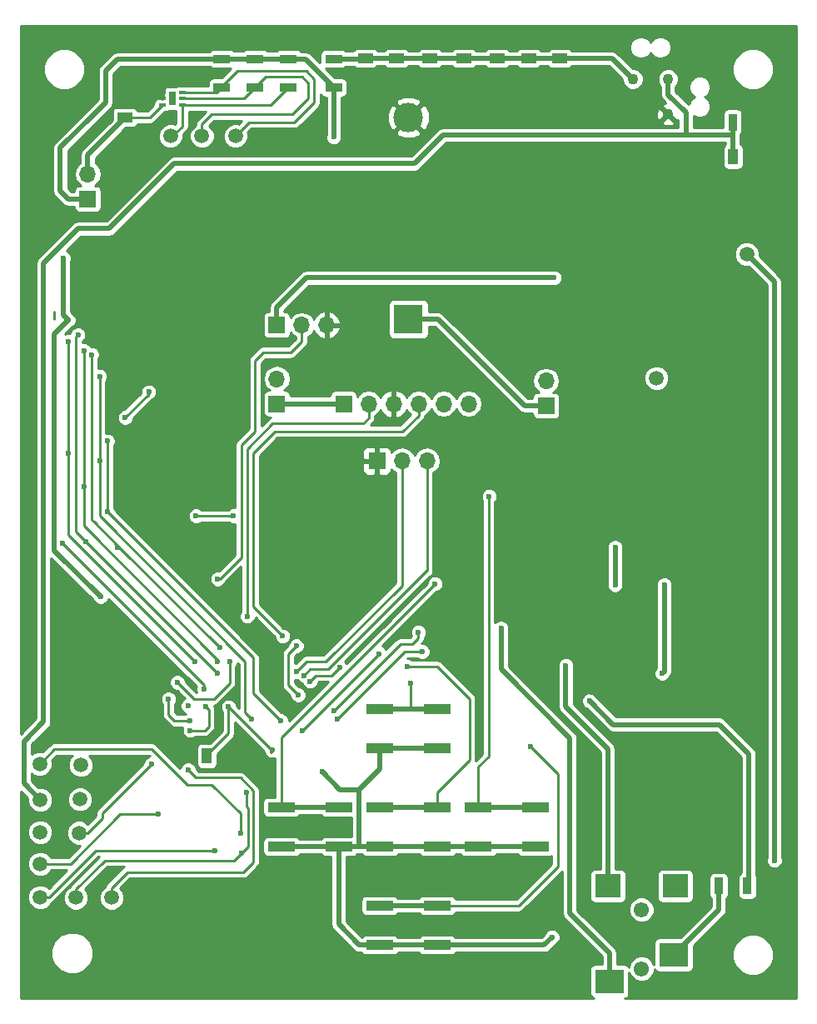
<source format=gbr>
G04 #@! TF.FileFunction,Copper,L2,Bot,Signal*
%FSLAX46Y46*%
G04 Gerber Fmt 4.6, Leading zero omitted, Abs format (unit mm)*
G04 Created by KiCad (PCBNEW 4.0.7) date Fri Feb 23 18:49:45 2018*
%MOMM*%
%LPD*%
G01*
G04 APERTURE LIST*
%ADD10C,0.100000*%
%ADD11R,1.000000X1.600000*%
%ADD12C,3.000000*%
%ADD13R,3.000000X3.000000*%
%ADD14R,1.600000X1.000000*%
%ADD15R,0.750000X0.300000*%
%ADD16R,0.750000X1.450000*%
%ADD17C,1.100000*%
%ADD18C,1.500000*%
%ADD19R,2.950000X2.400000*%
%ADD20R,2.650000X2.400000*%
%ADD21C,1.550000*%
%ADD22R,0.900000X1.700000*%
%ADD23R,1.700000X0.900000*%
%ADD24R,1.700000X1.700000*%
%ADD25O,1.700000X1.700000*%
%ADD26R,2.800000X1.000000*%
%ADD27C,0.600000*%
%ADD28C,0.250000*%
%ADD29C,0.500000*%
%ADD30C,0.254000*%
G04 APERTURE END LIST*
D10*
D11*
X65700000Y-96400000D03*
X62700000Y-96400000D03*
D12*
X83200000Y-31510000D03*
D13*
X83200000Y-52000000D03*
D14*
X78800000Y-25500000D03*
X78800000Y-28500000D03*
X82000000Y-25500000D03*
X82000000Y-28500000D03*
X85400000Y-25500000D03*
X85400000Y-28500000D03*
X88800000Y-25500000D03*
X88800000Y-28500000D03*
X92200000Y-25500000D03*
X92200000Y-28500000D03*
X95400000Y-25500000D03*
X95400000Y-28500000D03*
X98600000Y-25500000D03*
X98600000Y-28500000D03*
D11*
X116200000Y-35500000D03*
X119200000Y-35500000D03*
D15*
X58200000Y-30250000D03*
X58200000Y-29600000D03*
X58200000Y-28950000D03*
X60200000Y-28950000D03*
X60200000Y-29600000D03*
X60200000Y-30250000D03*
D16*
X59200000Y-29600000D03*
D17*
X106003950Y-27603950D03*
X109596050Y-27603950D03*
X109596050Y-31196050D03*
D18*
X59000000Y-33400000D03*
X62200000Y-33400000D03*
X65600000Y-33400000D03*
X45750000Y-107350000D03*
X45750000Y-104150000D03*
X45750000Y-100850000D03*
X49400000Y-110800000D03*
X45750000Y-110750000D03*
X45700000Y-97200000D03*
X117600000Y-45400000D03*
X49800000Y-100800000D03*
X108400000Y-58000000D03*
X49900000Y-97300000D03*
X49700000Y-104200000D03*
X53000000Y-110800000D03*
D14*
X54400000Y-31500000D03*
X54400000Y-28500000D03*
D19*
X103625000Y-119300000D03*
D20*
X103475000Y-109600000D03*
D19*
X110175000Y-116600000D03*
D20*
X110325000Y-109600000D03*
D21*
X106900000Y-118000000D03*
X106900000Y-112000000D03*
D22*
X114750000Y-109600000D03*
X117650000Y-109600000D03*
D23*
X75600000Y-25550000D03*
X75600000Y-28450000D03*
X71000000Y-25550000D03*
X71000000Y-28450000D03*
X67600000Y-25550000D03*
X67600000Y-28450000D03*
X64200000Y-25550000D03*
X64200000Y-28450000D03*
D22*
X116150000Y-32000000D03*
X119050000Y-32000000D03*
D24*
X76600000Y-60600000D03*
D25*
X79140000Y-60600000D03*
X81680000Y-60600000D03*
X84220000Y-60600000D03*
X86760000Y-60600000D03*
X89300000Y-60600000D03*
D24*
X80000000Y-66400000D03*
D25*
X82540000Y-66400000D03*
X85080000Y-66400000D03*
D24*
X97200000Y-60800000D03*
D25*
X97200000Y-58260000D03*
D24*
X69800000Y-60600000D03*
D25*
X69800000Y-58060000D03*
D24*
X69800000Y-52600000D03*
D25*
X72340000Y-52600000D03*
X74880000Y-52600000D03*
D24*
X50600000Y-39800000D03*
D25*
X50600000Y-37260000D03*
D26*
X90300000Y-105600000D03*
X90300000Y-101600000D03*
X96100000Y-101600000D03*
X96100000Y-105600000D03*
X80300000Y-95600000D03*
X80300000Y-91600000D03*
X86100000Y-91600000D03*
X86100000Y-95600000D03*
X80300000Y-105600000D03*
X80300000Y-101600000D03*
X86100000Y-101600000D03*
X86100000Y-105600000D03*
X70300000Y-105600000D03*
X70300000Y-101600000D03*
X76100000Y-101600000D03*
X76100000Y-105600000D03*
X80300000Y-115600000D03*
X80300000Y-111600000D03*
X86100000Y-111600000D03*
X86100000Y-115600000D03*
D27*
X51800000Y-51800000D03*
X56600000Y-27400000D03*
X60800000Y-62800000D03*
X67200000Y-96600000D03*
X76800000Y-78500000D03*
X59700000Y-89900000D03*
X59000000Y-93800000D03*
X78500000Y-70100000D03*
X74200000Y-69800000D03*
X57800000Y-102300000D03*
X66700000Y-100100000D03*
X66200000Y-106300000D03*
X66100000Y-104200000D03*
X74400000Y-98000000D03*
X120400000Y-107000000D03*
X97800000Y-114800000D03*
X64900000Y-91400000D03*
X69400000Y-95800000D03*
X75600000Y-33500000D03*
X98000000Y-47800000D03*
X60800000Y-91300000D03*
X72000000Y-90200000D03*
X71800000Y-85200000D03*
X51900000Y-80200000D03*
X48600000Y-52100000D03*
X48100000Y-45800000D03*
X61600000Y-72000000D03*
X65400000Y-72000000D03*
X76200000Y-87400000D03*
X73200000Y-88800000D03*
X80200000Y-86000000D03*
X72400000Y-93800000D03*
X75600000Y-91800000D03*
X84200000Y-83800000D03*
X84600000Y-85800000D03*
X76000000Y-92600000D03*
X59700000Y-88900000D03*
X65000000Y-86800000D03*
X99200000Y-87200000D03*
X92600000Y-83400000D03*
X54400000Y-62000000D03*
X56800000Y-59400000D03*
X50400000Y-74600000D03*
X63800000Y-88000000D03*
X49600000Y-53600000D03*
X61000000Y-93800000D03*
X62600000Y-91400000D03*
X48600000Y-65600000D03*
X61500000Y-86800000D03*
X48600000Y-54300000D03*
X50200000Y-55200000D03*
X50200000Y-69000000D03*
X63800000Y-86800000D03*
X51000000Y-55600000D03*
X53600000Y-75200000D03*
X64000000Y-85400000D03*
X48000000Y-74800000D03*
X62400000Y-89600000D03*
X51800000Y-66400000D03*
X67200000Y-92600000D03*
X51800000Y-57800000D03*
X52600000Y-64400000D03*
X52600000Y-71600000D03*
X70200000Y-92800000D03*
X66800000Y-82200000D03*
X70400000Y-84200000D03*
X72600000Y-88200000D03*
X71800000Y-87800000D03*
X63800000Y-78400000D03*
X58800000Y-90600000D03*
X61000000Y-92800000D03*
X63500000Y-106000000D03*
X91400000Y-70000000D03*
X83400000Y-89000000D03*
X83100000Y-87300000D03*
X85900000Y-78900000D03*
X95600000Y-95400000D03*
X57100000Y-97200000D03*
X60800000Y-97800000D03*
X101600000Y-90800000D03*
X109200000Y-79000000D03*
X109000000Y-88000000D03*
X104200000Y-79000000D03*
X104200000Y-75200000D03*
D28*
X47200000Y-51200000D02*
X47200000Y-52000000D01*
D29*
X54400000Y-28500000D02*
X55500000Y-28500000D01*
X55500000Y-28500000D02*
X56600000Y-27400000D01*
X119050000Y-35350000D02*
X119200000Y-35500000D01*
X119200000Y-32150000D02*
X119050000Y-32000000D01*
X54400000Y-28500000D02*
X57750000Y-28500000D01*
X57750000Y-28500000D02*
X58200000Y-28950000D01*
X58200000Y-28950000D02*
X58200000Y-29600000D01*
D28*
X57750000Y-28500000D02*
X58200000Y-28950000D01*
X58200000Y-28950000D02*
X58200000Y-29600000D01*
D29*
X83200000Y-52000000D02*
X86200000Y-52000000D01*
X95000000Y-60800000D02*
X97200000Y-60800000D01*
X86200000Y-52000000D02*
X95000000Y-60800000D01*
X75600000Y-25550000D02*
X78750000Y-25550000D01*
X78750000Y-25550000D02*
X78800000Y-25500000D01*
X88800000Y-25500000D02*
X92200000Y-25500000D01*
X85400000Y-25500000D02*
X88800000Y-25500000D01*
X82000000Y-25500000D02*
X85400000Y-25500000D01*
X78800000Y-25500000D02*
X82000000Y-25500000D01*
X98600000Y-25500000D02*
X103900000Y-25500000D01*
X103900000Y-25500000D02*
X106003950Y-27603950D01*
X78750000Y-25550000D02*
X78800000Y-25500000D01*
X92200000Y-25500000D02*
X95400000Y-25500000D01*
X95400000Y-25500000D02*
X98600000Y-25500000D01*
D28*
X45750000Y-107350000D02*
X48850000Y-107350000D01*
X53900000Y-102300000D02*
X57800000Y-102300000D01*
X48850000Y-107350000D02*
X53900000Y-102300000D01*
D29*
X47800000Y-44600000D02*
X49600000Y-42800000D01*
X46100000Y-46300000D02*
X47800000Y-44600000D01*
X45750000Y-100850000D02*
X44100000Y-99200000D01*
X44100000Y-94900000D02*
X44100000Y-99200000D01*
X46100000Y-92900000D02*
X44100000Y-94900000D01*
X87000000Y-33300000D02*
X111400000Y-33300000D01*
X46100000Y-92900000D02*
X46100000Y-46300000D01*
X86700000Y-33300000D02*
X87000000Y-33300000D01*
X83800000Y-36200000D02*
X86700000Y-33300000D01*
X59400000Y-36200000D02*
X83800000Y-36200000D01*
X52800000Y-42800000D02*
X59400000Y-36200000D01*
X49600000Y-42800000D02*
X52800000Y-42800000D01*
X111400000Y-33300000D02*
X111400000Y-31000000D01*
X109596050Y-29196050D02*
X109596050Y-27603950D01*
X111400000Y-31000000D02*
X109596050Y-29196050D01*
X114000000Y-33300000D02*
X116200000Y-33300000D01*
X113000000Y-33300000D02*
X114000000Y-33300000D01*
X116200000Y-33300000D02*
X116200000Y-33200000D01*
X116200000Y-35500000D02*
X116200000Y-33200000D01*
X116200000Y-33200000D02*
X116200000Y-32050000D01*
X116200000Y-32050000D02*
X116150000Y-32000000D01*
X113200000Y-33300000D02*
X113000000Y-33300000D01*
X113000000Y-33300000D02*
X111400000Y-33300000D01*
X116200000Y-32050000D02*
X116150000Y-32000000D01*
X109596050Y-27603950D02*
X109696050Y-27603950D01*
D28*
X66700000Y-100800000D02*
X66700000Y-101500000D01*
X66700000Y-100100000D02*
X66700000Y-100800000D01*
X66900000Y-105600000D02*
X66200000Y-106300000D01*
X66900000Y-101700000D02*
X66900000Y-105600000D01*
X66700000Y-101500000D02*
X66900000Y-101700000D01*
X49400000Y-110800000D02*
X49400000Y-109900000D01*
X65500000Y-107000000D02*
X66200000Y-106300000D01*
X52300000Y-107000000D02*
X65500000Y-107000000D01*
X49400000Y-109900000D02*
X52300000Y-107000000D01*
X66100000Y-104200000D02*
X66100000Y-102200000D01*
X47200000Y-95700000D02*
X45700000Y-97200000D01*
X66100000Y-102200000D02*
X63200000Y-99300000D01*
X63200000Y-99300000D02*
X60700000Y-99300000D01*
X60700000Y-99300000D02*
X57100000Y-95700000D01*
X57100000Y-95700000D02*
X47200000Y-95700000D01*
D29*
X76200000Y-99800000D02*
X78200000Y-99800000D01*
X74400000Y-98000000D02*
X76200000Y-99800000D01*
X80300000Y-95600000D02*
X80300000Y-97700000D01*
X80300000Y-97700000D02*
X78200000Y-99800000D01*
X78200000Y-99800000D02*
X78200000Y-105600000D01*
X86100000Y-115600000D02*
X97000000Y-115600000D01*
X120400000Y-107000000D02*
X120400000Y-105800000D01*
X97000000Y-115600000D02*
X97800000Y-114800000D01*
X80300000Y-115600000D02*
X78200000Y-115600000D01*
X76100000Y-113500000D02*
X76100000Y-105600000D01*
X78200000Y-115600000D02*
X76100000Y-113500000D01*
X80300000Y-115600000D02*
X86100000Y-115600000D01*
X80300000Y-95600000D02*
X86100000Y-95600000D01*
X86100000Y-105600000D02*
X90300000Y-105600000D01*
X76100000Y-105600000D02*
X78200000Y-105600000D01*
X78200000Y-105600000D02*
X80300000Y-105600000D01*
X90300000Y-105600000D02*
X96100000Y-105600000D01*
X80300000Y-105600000D02*
X86100000Y-105600000D01*
X70300000Y-105600000D02*
X76100000Y-105600000D01*
D28*
X69400000Y-95800000D02*
X69300000Y-95900000D01*
X69300000Y-95900000D02*
X69200000Y-96000000D01*
X69200000Y-96000000D02*
X69300000Y-96000000D01*
D29*
X120400000Y-105800000D02*
X120400000Y-48200000D01*
X120400000Y-48200000D02*
X117600000Y-45400000D01*
X120400000Y-105800000D02*
X120400000Y-105600000D01*
X75600000Y-28450000D02*
X75600000Y-33500000D01*
D28*
X64900000Y-91400000D02*
X69300000Y-95800000D01*
X69300000Y-95800000D02*
X69300000Y-95900000D01*
X69300000Y-96000000D02*
X69300000Y-95900000D01*
X62700000Y-96400000D02*
X62700000Y-96300000D01*
X62700000Y-96300000D02*
X64900000Y-94100000D01*
X64900000Y-94100000D02*
X64900000Y-91400000D01*
D29*
X69800000Y-52600000D02*
X69800000Y-50800000D01*
X69800000Y-50800000D02*
X72800000Y-47800000D01*
X72800000Y-47800000D02*
X98000000Y-47800000D01*
X51200000Y-31200000D02*
X52400000Y-30000000D01*
X48600000Y-39800000D02*
X47800000Y-39000000D01*
X47800000Y-39000000D02*
X47800000Y-34600000D01*
X47800000Y-34600000D02*
X51200000Y-31200000D01*
X64150000Y-25600000D02*
X53600000Y-25600000D01*
X48600000Y-39800000D02*
X50600000Y-39800000D01*
X52400000Y-26800000D02*
X53600000Y-25600000D01*
X52400000Y-30000000D02*
X52400000Y-26800000D01*
X64150000Y-25600000D02*
X64200000Y-25550000D01*
D28*
X60800000Y-91300000D02*
X60900000Y-91400000D01*
D29*
X64200000Y-25550000D02*
X67600000Y-25550000D01*
X67600000Y-25550000D02*
X71000000Y-25550000D01*
X71000000Y-25550000D02*
X71050000Y-25600000D01*
X71050000Y-25600000D02*
X72750000Y-25600000D01*
X72750000Y-25600000D02*
X75600000Y-28450000D01*
D28*
X71000000Y-89200000D02*
X72000000Y-90200000D01*
X71000000Y-86000000D02*
X71000000Y-89200000D01*
X71800000Y-85200000D02*
X71000000Y-86000000D01*
D29*
X47200000Y-53500000D02*
X48600000Y-52100000D01*
X47200000Y-75500000D02*
X47200000Y-53500000D01*
X51900000Y-80200000D02*
X47200000Y-75500000D01*
X48600000Y-52100000D02*
X48100000Y-51600000D01*
X48100000Y-51600000D02*
X48100000Y-45800000D01*
D28*
X61600000Y-72000000D02*
X65400000Y-72000000D01*
X75400000Y-88200000D02*
X76200000Y-87400000D01*
X73800000Y-88200000D02*
X75400000Y-88200000D01*
X73200000Y-88800000D02*
X73800000Y-88200000D01*
X75200000Y-91000000D02*
X72400000Y-93800000D01*
X80200000Y-86000000D02*
X75200000Y-91000000D01*
X75600000Y-91800000D02*
X82400000Y-85000000D01*
X82400000Y-85000000D02*
X83600000Y-85000000D01*
X83600000Y-85000000D02*
X84200000Y-84400000D01*
X84200000Y-84400000D02*
X84200000Y-83800000D01*
X84600000Y-85800000D02*
X82800000Y-85800000D01*
X82800000Y-85800000D02*
X76000000Y-92600000D01*
X61400000Y-90600000D02*
X62300000Y-90600000D01*
X59700000Y-88900000D02*
X61400000Y-90600000D01*
X65000000Y-89000000D02*
X65000000Y-86800000D01*
X63400000Y-90600000D02*
X65000000Y-89000000D01*
X62300000Y-90600000D02*
X63400000Y-90600000D01*
X64200000Y-28450000D02*
X64200000Y-28400000D01*
X64200000Y-28400000D02*
X65800000Y-26800000D01*
X67000000Y-32000000D02*
X65600000Y-33400000D01*
X71600000Y-32000000D02*
X67000000Y-32000000D01*
X73600000Y-30000000D02*
X71600000Y-32000000D01*
X73600000Y-27600000D02*
X73600000Y-30000000D01*
X72800000Y-26800000D02*
X73600000Y-27600000D01*
X65800000Y-26800000D02*
X72800000Y-26800000D01*
X60200000Y-28950000D02*
X63700000Y-28950000D01*
X63700000Y-28950000D02*
X64200000Y-28450000D01*
X62200000Y-33400000D02*
X62200000Y-32200000D01*
X68650000Y-27400000D02*
X67600000Y-28450000D01*
X72400000Y-27400000D02*
X68650000Y-27400000D01*
X73000000Y-28000000D02*
X72400000Y-27400000D01*
X73000000Y-29600000D02*
X73000000Y-28000000D01*
X71400000Y-31200000D02*
X73000000Y-29600000D01*
X63200000Y-31200000D02*
X71400000Y-31200000D01*
X62200000Y-32200000D02*
X63200000Y-31200000D01*
X60200000Y-29600000D02*
X66450000Y-29600000D01*
X66450000Y-29600000D02*
X67600000Y-28450000D01*
X59200000Y-33400000D02*
X60200000Y-32400000D01*
X60200000Y-32400000D02*
X60200000Y-30400000D01*
X60200000Y-30400000D02*
X60200000Y-30250000D01*
X60200000Y-30250000D02*
X69200000Y-30250000D01*
X69200000Y-30250000D02*
X71000000Y-28450000D01*
D29*
X103475000Y-109600000D02*
X103475000Y-95675000D01*
X99200000Y-91400000D02*
X99200000Y-87200000D01*
X103475000Y-95675000D02*
X99200000Y-91400000D01*
X103625000Y-119300000D02*
X103625000Y-116425000D01*
X92600000Y-87600000D02*
X92600000Y-83400000D01*
X99600000Y-94600000D02*
X92600000Y-87600000D01*
X99600000Y-112400000D02*
X99600000Y-94600000D01*
X103625000Y-116425000D02*
X99600000Y-112400000D01*
X114750000Y-109600000D02*
X114750000Y-112025000D01*
X114750000Y-112025000D02*
X110175000Y-116600000D01*
D28*
X56800000Y-59600000D02*
X54400000Y-62000000D01*
X56800000Y-59400000D02*
X56800000Y-59600000D01*
X62600000Y-86800000D02*
X63800000Y-88000000D01*
X49400000Y-73600000D02*
X50400000Y-74600000D01*
X50400000Y-74600000D02*
X62600000Y-86800000D01*
X49400000Y-53800000D02*
X49400000Y-73600000D01*
X49600000Y-53600000D02*
X49400000Y-53800000D01*
X62900000Y-92500000D02*
X62900000Y-91700000D01*
X61000000Y-93800000D02*
X62500000Y-93800000D01*
X62500000Y-93800000D02*
X62900000Y-93400000D01*
X62900000Y-93400000D02*
X62900000Y-92500000D01*
X62900000Y-91700000D02*
X62600000Y-91400000D01*
X48600000Y-73900000D02*
X48600000Y-65600000D01*
X48600000Y-65600000D02*
X48600000Y-54300000D01*
X61500000Y-86800000D02*
X48600000Y-73900000D01*
X63800000Y-86600000D02*
X63800000Y-86800000D01*
X50200000Y-73000000D02*
X63800000Y-86600000D01*
X50200000Y-55200000D02*
X50200000Y-69000000D01*
X50200000Y-69000000D02*
X50200000Y-73000000D01*
X51000000Y-56200000D02*
X51000000Y-55600000D01*
X51000000Y-72400000D02*
X51000000Y-56200000D01*
X51200000Y-72600000D02*
X51000000Y-72400000D01*
X53600000Y-75200000D02*
X53600000Y-75000000D01*
X51200000Y-72600000D02*
X53600000Y-75000000D01*
X53600000Y-75000000D02*
X64000000Y-85400000D01*
X48000000Y-74800000D02*
X62400000Y-89200000D01*
X62400000Y-89200000D02*
X62400000Y-89600000D01*
X66600000Y-92000000D02*
X67200000Y-92600000D01*
X66600000Y-86800000D02*
X66600000Y-92000000D01*
X51800000Y-72000000D02*
X66600000Y-86800000D01*
X51800000Y-57800000D02*
X51800000Y-66400000D01*
X51800000Y-66400000D02*
X51800000Y-72000000D01*
X52600000Y-71400000D02*
X52600000Y-64400000D01*
X52600000Y-71600000D02*
X52600000Y-71400000D01*
X67400000Y-86400000D02*
X52600000Y-71600000D01*
X67400000Y-90000000D02*
X67400000Y-86400000D01*
X70200000Y-92800000D02*
X67400000Y-90000000D01*
D29*
X69800000Y-60600000D02*
X76600000Y-60600000D01*
D28*
X79140000Y-62060000D02*
X78600000Y-62600000D01*
X78600000Y-62600000D02*
X72600000Y-62600000D01*
X79140000Y-62060000D02*
X79140000Y-60600000D01*
X69400000Y-62600000D02*
X72600000Y-62600000D01*
X66800000Y-65200000D02*
X69400000Y-62600000D01*
X66800000Y-82200000D02*
X66800000Y-65200000D01*
X84220000Y-60600000D02*
X84220000Y-61780000D01*
X70400000Y-84200000D02*
X69000000Y-82800000D01*
X67400000Y-81200000D02*
X69000000Y-82800000D01*
X67400000Y-65600000D02*
X67400000Y-81200000D01*
X69600000Y-63400000D02*
X67400000Y-65600000D01*
X82600000Y-63400000D02*
X69600000Y-63400000D01*
X84220000Y-61780000D02*
X82600000Y-63400000D01*
X73200000Y-87600000D02*
X75000000Y-87600000D01*
X72600000Y-88200000D02*
X73200000Y-87600000D01*
X85000000Y-77600000D02*
X85080000Y-77600000D01*
X85080000Y-77520000D02*
X85000000Y-77600000D01*
X75000000Y-87600000D02*
X85080000Y-77520000D01*
X85080000Y-77600000D02*
X85080000Y-66400000D01*
X74600000Y-86800000D02*
X74800000Y-86800000D01*
X82540000Y-79060000D02*
X74800000Y-86800000D01*
X82540000Y-66400000D02*
X82540000Y-79060000D01*
X71800000Y-87800000D02*
X72800000Y-86800000D01*
X72800000Y-86800000D02*
X74600000Y-86800000D01*
X67600000Y-63400000D02*
X66200000Y-64800000D01*
X66200000Y-64800000D02*
X66200000Y-76200000D01*
X66200000Y-76200000D02*
X64000000Y-78400000D01*
X64000000Y-78400000D02*
X63800000Y-78400000D01*
X67600000Y-63400000D02*
X67600000Y-61800000D01*
X72340000Y-52600000D02*
X72340000Y-54260000D01*
X72340000Y-54260000D02*
X71200000Y-55400000D01*
X71200000Y-55400000D02*
X68400000Y-55400000D01*
X68400000Y-55400000D02*
X67600000Y-56200000D01*
X67600000Y-56200000D02*
X67600000Y-61800000D01*
X67600000Y-61800000D02*
X67600000Y-62000000D01*
X59400000Y-92800000D02*
X58800000Y-92200000D01*
X58800000Y-90600000D02*
X58800000Y-92200000D01*
X61000000Y-92800000D02*
X59400000Y-92800000D01*
X45750000Y-110750000D02*
X46650000Y-110750000D01*
X51400000Y-106000000D02*
X63500000Y-106000000D01*
X46650000Y-110750000D02*
X51400000Y-106000000D01*
X90300000Y-101600000D02*
X90300000Y-97500000D01*
X91350000Y-96450000D02*
X91350000Y-75500000D01*
X90300000Y-97500000D02*
X91350000Y-96450000D01*
D29*
X90300000Y-101600000D02*
X96100000Y-101600000D01*
D28*
X91350000Y-70050000D02*
X91400000Y-70000000D01*
X91350000Y-75500000D02*
X91350000Y-70050000D01*
X91350000Y-75500000D02*
X91350000Y-75450000D01*
X83400000Y-91600000D02*
X83400000Y-89000000D01*
D29*
X80300000Y-91600000D02*
X83400000Y-91600000D01*
X83400000Y-91600000D02*
X86100000Y-91600000D01*
D28*
X86100000Y-101600000D02*
X86100000Y-100100000D01*
X86100000Y-87300000D02*
X83100000Y-87300000D01*
X89400000Y-90600000D02*
X86100000Y-87300000D01*
X89400000Y-96800000D02*
X89400000Y-90600000D01*
X86100000Y-100100000D02*
X89400000Y-96800000D01*
D29*
X80300000Y-101600000D02*
X86100000Y-101600000D01*
D28*
X70300000Y-101600000D02*
X70300000Y-94500000D01*
X71400000Y-93400000D02*
X81550000Y-83250000D01*
X70300000Y-94500000D02*
X71400000Y-93400000D01*
D29*
X70300000Y-101600000D02*
X76100000Y-101600000D01*
D28*
X85900000Y-78900000D02*
X85200000Y-79600000D01*
X85200000Y-79600000D02*
X85300000Y-79500000D01*
X81550000Y-83250000D02*
X84200000Y-80600000D01*
X84200000Y-80600000D02*
X85200000Y-79600000D01*
X81550000Y-83250000D02*
X81600000Y-83200000D01*
D29*
X80300000Y-111600000D02*
X86100000Y-111600000D01*
D28*
X94400000Y-111600000D02*
X98400000Y-107600000D01*
X98400000Y-107600000D02*
X98400000Y-98200000D01*
X98400000Y-98200000D02*
X95600000Y-95400000D01*
X86100000Y-111600000D02*
X94400000Y-111600000D01*
X49700000Y-104200000D02*
X50600000Y-104200000D01*
X52100000Y-102200000D02*
X57100000Y-97200000D01*
X52100000Y-102700000D02*
X52100000Y-102200000D01*
X50600000Y-104200000D02*
X52100000Y-102700000D01*
X53000000Y-110800000D02*
X53000000Y-109800000D01*
X53000000Y-109800000D02*
X54600000Y-108200000D01*
X61600000Y-98600000D02*
X60800000Y-97800000D01*
X66100000Y-98600000D02*
X61600000Y-98600000D01*
X67400000Y-99900000D02*
X66100000Y-98600000D01*
X67400000Y-107200000D02*
X67400000Y-99900000D01*
X66400000Y-108200000D02*
X67400000Y-107200000D01*
X54600000Y-108200000D02*
X66400000Y-108200000D01*
X54400000Y-31500000D02*
X56950000Y-31500000D01*
X56950000Y-31500000D02*
X58200000Y-30250000D01*
D29*
X50600000Y-37260000D02*
X50600000Y-35300000D01*
X50600000Y-35300000D02*
X54400000Y-31500000D01*
X117800000Y-109450000D02*
X117800000Y-105600000D01*
X117800000Y-96200000D02*
X117800000Y-105600000D01*
X101600000Y-90800000D02*
X104000000Y-93200000D01*
X104000000Y-93200000D02*
X114800000Y-93200000D01*
X114800000Y-93200000D02*
X117400000Y-95800000D01*
X117400000Y-95800000D02*
X117800000Y-96200000D01*
X117800000Y-109450000D02*
X117650000Y-109600000D01*
X109200000Y-87800000D02*
X109200000Y-79000000D01*
X109000000Y-88000000D02*
X109200000Y-87800000D01*
X104200000Y-75200000D02*
X104200000Y-79000000D01*
D30*
G36*
X122623000Y-121023000D02*
X105176126Y-121023000D01*
X105295294Y-121000577D01*
X105474660Y-120885158D01*
X105594990Y-120709049D01*
X105637324Y-120500000D01*
X105637324Y-118353566D01*
X105795574Y-118736560D01*
X106161513Y-119103139D01*
X106639880Y-119301774D01*
X107157848Y-119302226D01*
X107636560Y-119104426D01*
X108003139Y-118738487D01*
X108201774Y-118260120D01*
X108202002Y-117999301D01*
X108314842Y-118174660D01*
X108490951Y-118294990D01*
X108700000Y-118337324D01*
X111650000Y-118337324D01*
X111845294Y-118300577D01*
X112024660Y-118185158D01*
X112144990Y-118009049D01*
X112187324Y-117800000D01*
X112187324Y-117021230D01*
X116072632Y-117021230D01*
X116395766Y-117803274D01*
X116993578Y-118402131D01*
X117775057Y-118726630D01*
X118621230Y-118727368D01*
X119403274Y-118404234D01*
X120002131Y-117806422D01*
X120326630Y-117024943D01*
X120327368Y-116178770D01*
X120004234Y-115396726D01*
X119406422Y-114797869D01*
X118624943Y-114473370D01*
X117778770Y-114472632D01*
X116996726Y-114795766D01*
X116397869Y-115393578D01*
X116073370Y-116175057D01*
X116072632Y-117021230D01*
X112187324Y-117021230D01*
X112187324Y-115686520D01*
X115299422Y-112574422D01*
X115467854Y-112322345D01*
X115527000Y-112025000D01*
X115527000Y-110865826D01*
X115574660Y-110835158D01*
X115694990Y-110659049D01*
X115737324Y-110450000D01*
X115737324Y-108750000D01*
X115700577Y-108554706D01*
X115585158Y-108375340D01*
X115409049Y-108255010D01*
X115200000Y-108212676D01*
X114300000Y-108212676D01*
X114104706Y-108249423D01*
X113925340Y-108364842D01*
X113805010Y-108540951D01*
X113762676Y-108750000D01*
X113762676Y-110450000D01*
X113799423Y-110645294D01*
X113914842Y-110824660D01*
X113973000Y-110864398D01*
X113973000Y-111703156D01*
X110813480Y-114862676D01*
X108700000Y-114862676D01*
X108504706Y-114899423D01*
X108325340Y-115014842D01*
X108205010Y-115190951D01*
X108162676Y-115400000D01*
X108162676Y-117646434D01*
X108004426Y-117263440D01*
X107638487Y-116896861D01*
X107160120Y-116698226D01*
X106642152Y-116697774D01*
X106163440Y-116895574D01*
X105796861Y-117261513D01*
X105598226Y-117739880D01*
X105598086Y-117900834D01*
X105485158Y-117725340D01*
X105309049Y-117605010D01*
X105100000Y-117562676D01*
X104402000Y-117562676D01*
X104402000Y-116425000D01*
X104342854Y-116127655D01*
X104174422Y-115875578D01*
X100556692Y-112257848D01*
X105597774Y-112257848D01*
X105795574Y-112736560D01*
X106161513Y-113103139D01*
X106639880Y-113301774D01*
X107157848Y-113302226D01*
X107636560Y-113104426D01*
X108003139Y-112738487D01*
X108201774Y-112260120D01*
X108202226Y-111742152D01*
X108004426Y-111263440D01*
X107638487Y-110896861D01*
X107160120Y-110698226D01*
X106642152Y-110697774D01*
X106163440Y-110895574D01*
X105796861Y-111261513D01*
X105598226Y-111739880D01*
X105597774Y-112257848D01*
X100556692Y-112257848D01*
X100377000Y-112078156D01*
X100377000Y-94600000D01*
X100317854Y-94302655D01*
X100149422Y-94050578D01*
X93462623Y-87363779D01*
X98372857Y-87363779D01*
X98423000Y-87485134D01*
X98423000Y-91400000D01*
X98482146Y-91697345D01*
X98650578Y-91949422D01*
X102698000Y-95996844D01*
X102698000Y-107862676D01*
X102150000Y-107862676D01*
X101954706Y-107899423D01*
X101775340Y-108014842D01*
X101655010Y-108190951D01*
X101612676Y-108400000D01*
X101612676Y-110800000D01*
X101649423Y-110995294D01*
X101764842Y-111174660D01*
X101940951Y-111294990D01*
X102150000Y-111337324D01*
X104800000Y-111337324D01*
X104995294Y-111300577D01*
X105174660Y-111185158D01*
X105294990Y-111009049D01*
X105337324Y-110800000D01*
X105337324Y-108400000D01*
X108462676Y-108400000D01*
X108462676Y-110800000D01*
X108499423Y-110995294D01*
X108614842Y-111174660D01*
X108790951Y-111294990D01*
X109000000Y-111337324D01*
X111650000Y-111337324D01*
X111845294Y-111300577D01*
X112024660Y-111185158D01*
X112144990Y-111009049D01*
X112187324Y-110800000D01*
X112187324Y-108400000D01*
X112150577Y-108204706D01*
X112035158Y-108025340D01*
X111859049Y-107905010D01*
X111650000Y-107862676D01*
X109000000Y-107862676D01*
X108804706Y-107899423D01*
X108625340Y-108014842D01*
X108505010Y-108190951D01*
X108462676Y-108400000D01*
X105337324Y-108400000D01*
X105300577Y-108204706D01*
X105185158Y-108025340D01*
X105009049Y-107905010D01*
X104800000Y-107862676D01*
X104252000Y-107862676D01*
X104252000Y-95675000D01*
X104192854Y-95377655D01*
X104024422Y-95125578D01*
X99977000Y-91078156D01*
X99977000Y-90963779D01*
X100772857Y-90963779D01*
X100898495Y-91267846D01*
X101130930Y-91500688D01*
X101252199Y-91551043D01*
X103450578Y-93749422D01*
X103702655Y-93917854D01*
X104000000Y-93977000D01*
X114478156Y-93977000D01*
X117023000Y-96521844D01*
X117023000Y-108245981D01*
X117004706Y-108249423D01*
X116825340Y-108364842D01*
X116705010Y-108540951D01*
X116662676Y-108750000D01*
X116662676Y-110450000D01*
X116699423Y-110645294D01*
X116814842Y-110824660D01*
X116990951Y-110944990D01*
X117200000Y-110987324D01*
X118100000Y-110987324D01*
X118295294Y-110950577D01*
X118474660Y-110835158D01*
X118594990Y-110659049D01*
X118637324Y-110450000D01*
X118637324Y-108750000D01*
X118600577Y-108554706D01*
X118577000Y-108518066D01*
X118577000Y-96200000D01*
X118517854Y-95902655D01*
X118349422Y-95650578D01*
X115349422Y-92650578D01*
X115097345Y-92482146D01*
X114800000Y-92423000D01*
X104321844Y-92423000D01*
X102351151Y-90452307D01*
X102301505Y-90332154D01*
X102069070Y-90099312D01*
X101765222Y-89973144D01*
X101436221Y-89972857D01*
X101132154Y-90098495D01*
X100899312Y-90330930D01*
X100773144Y-90634778D01*
X100772857Y-90963779D01*
X99977000Y-90963779D01*
X99977000Y-88163779D01*
X108172857Y-88163779D01*
X108298495Y-88467846D01*
X108530930Y-88700688D01*
X108834778Y-88826856D01*
X109163779Y-88827143D01*
X109467846Y-88701505D01*
X109700688Y-88469070D01*
X109751926Y-88345674D01*
X109917854Y-88097345D01*
X109977000Y-87800000D01*
X109977000Y-79285289D01*
X110026856Y-79165222D01*
X110027143Y-78836221D01*
X109901505Y-78532154D01*
X109669070Y-78299312D01*
X109365222Y-78173144D01*
X109036221Y-78172857D01*
X108732154Y-78298495D01*
X108499312Y-78530930D01*
X108373144Y-78834778D01*
X108372857Y-79163779D01*
X108423000Y-79285134D01*
X108423000Y-87407458D01*
X108299312Y-87530930D01*
X108173144Y-87834778D01*
X108172857Y-88163779D01*
X99977000Y-88163779D01*
X99977000Y-87485289D01*
X100026856Y-87365222D01*
X100027143Y-87036221D01*
X99901505Y-86732154D01*
X99669070Y-86499312D01*
X99365222Y-86373144D01*
X99036221Y-86372857D01*
X98732154Y-86498495D01*
X98499312Y-86730930D01*
X98373144Y-87034778D01*
X98372857Y-87363779D01*
X93462623Y-87363779D01*
X93377000Y-87278156D01*
X93377000Y-83685289D01*
X93426856Y-83565222D01*
X93427143Y-83236221D01*
X93301505Y-82932154D01*
X93069070Y-82699312D01*
X92765222Y-82573144D01*
X92436221Y-82572857D01*
X92132154Y-82698495D01*
X92002000Y-82828421D01*
X92002000Y-75363779D01*
X103372857Y-75363779D01*
X103423000Y-75485134D01*
X103423000Y-78714711D01*
X103373144Y-78834778D01*
X103372857Y-79163779D01*
X103498495Y-79467846D01*
X103730930Y-79700688D01*
X104034778Y-79826856D01*
X104363779Y-79827143D01*
X104667846Y-79701505D01*
X104900688Y-79469070D01*
X105026856Y-79165222D01*
X105027143Y-78836221D01*
X104977000Y-78714866D01*
X104977000Y-75485289D01*
X105026856Y-75365222D01*
X105027143Y-75036221D01*
X104901505Y-74732154D01*
X104669070Y-74499312D01*
X104365222Y-74373144D01*
X104036221Y-74372857D01*
X103732154Y-74498495D01*
X103499312Y-74730930D01*
X103373144Y-75034778D01*
X103372857Y-75363779D01*
X92002000Y-75363779D01*
X92002000Y-70567585D01*
X92100688Y-70469070D01*
X92226856Y-70165222D01*
X92227143Y-69836221D01*
X92101505Y-69532154D01*
X91869070Y-69299312D01*
X91565222Y-69173144D01*
X91236221Y-69172857D01*
X90932154Y-69298495D01*
X90699312Y-69530930D01*
X90573144Y-69834778D01*
X90572857Y-70163779D01*
X90698000Y-70466648D01*
X90698000Y-96179933D01*
X90045562Y-96832370D01*
X90052001Y-96800000D01*
X90052000Y-96799995D01*
X90052000Y-90600005D01*
X90052001Y-90600000D01*
X90002370Y-90350491D01*
X89901815Y-90200000D01*
X89861034Y-90138966D01*
X89861031Y-90138964D01*
X86561034Y-86838966D01*
X86549007Y-86830930D01*
X86349510Y-86697631D01*
X86308113Y-86689396D01*
X86100000Y-86647999D01*
X86099995Y-86648000D01*
X83617673Y-86648000D01*
X83569070Y-86599312D01*
X83265222Y-86473144D01*
X83049112Y-86472955D01*
X83070067Y-86452000D01*
X84082327Y-86452000D01*
X84130930Y-86500688D01*
X84434778Y-86626856D01*
X84763779Y-86627143D01*
X85067846Y-86501505D01*
X85300688Y-86269070D01*
X85426856Y-85965222D01*
X85427143Y-85636221D01*
X85301505Y-85332154D01*
X85069070Y-85099312D01*
X84765222Y-84973144D01*
X84549113Y-84972955D01*
X84661034Y-84861034D01*
X84734896Y-84750491D01*
X84802369Y-84649510D01*
X84852000Y-84400000D01*
X84852000Y-84317673D01*
X84900688Y-84269070D01*
X85026856Y-83965222D01*
X85027143Y-83636221D01*
X84901505Y-83332154D01*
X84669070Y-83099312D01*
X84365222Y-82973144D01*
X84036221Y-82972857D01*
X83732154Y-83098495D01*
X83499312Y-83330930D01*
X83373144Y-83634778D01*
X83372857Y-83963779D01*
X83472646Y-84205286D01*
X83329932Y-84348000D01*
X82400000Y-84348000D01*
X82150490Y-84397631D01*
X81938966Y-84538966D01*
X81938964Y-84538969D01*
X80914450Y-85563483D01*
X80901505Y-85532154D01*
X80669070Y-85299312D01*
X80495025Y-85227042D01*
X82011031Y-83711036D01*
X82011034Y-83711034D01*
X84661034Y-81061034D01*
X85661031Y-80061036D01*
X85661034Y-80061034D01*
X85994985Y-79727083D01*
X86063779Y-79727143D01*
X86367846Y-79601505D01*
X86600688Y-79369070D01*
X86726856Y-79065222D01*
X86727143Y-78736221D01*
X86601505Y-78432154D01*
X86369070Y-78199312D01*
X86065222Y-78073144D01*
X85736221Y-78072857D01*
X85432154Y-78198495D01*
X85199312Y-78430930D01*
X85073144Y-78734778D01*
X85073083Y-78804850D01*
X84738966Y-79138966D01*
X84738964Y-79138969D01*
X83738966Y-80138966D01*
X81088966Y-82788966D01*
X81088964Y-82788969D01*
X76914450Y-86963483D01*
X76901505Y-86932154D01*
X76745846Y-86776222D01*
X85317262Y-78204805D01*
X85329510Y-78202369D01*
X85541034Y-78061034D01*
X85682369Y-77849510D01*
X85732000Y-77600000D01*
X85732000Y-77520005D01*
X85732001Y-77520000D01*
X85732000Y-77519995D01*
X85732000Y-67615607D01*
X86053686Y-67400663D01*
X86352182Y-66953932D01*
X86457000Y-66426977D01*
X86457000Y-66373023D01*
X86352182Y-65846068D01*
X86053686Y-65399337D01*
X85606955Y-65100841D01*
X85080000Y-64996023D01*
X84553045Y-65100841D01*
X84106314Y-65399337D01*
X83810000Y-65842802D01*
X83513686Y-65399337D01*
X83066955Y-65100841D01*
X82540000Y-64996023D01*
X82013045Y-65100841D01*
X81566314Y-65399337D01*
X81485000Y-65521032D01*
X81485000Y-65423691D01*
X81388327Y-65190302D01*
X81209699Y-65011673D01*
X80976310Y-64915000D01*
X80285750Y-64915000D01*
X80127000Y-65073750D01*
X80127000Y-66273000D01*
X80147000Y-66273000D01*
X80147000Y-66527000D01*
X80127000Y-66527000D01*
X80127000Y-67726250D01*
X80285750Y-67885000D01*
X80976310Y-67885000D01*
X81209699Y-67788327D01*
X81388327Y-67609698D01*
X81485000Y-67376309D01*
X81485000Y-67278968D01*
X81566314Y-67400663D01*
X81888000Y-67615607D01*
X81888000Y-78789932D01*
X74529932Y-86148000D01*
X72800005Y-86148000D01*
X72800000Y-86147999D01*
X72550491Y-86197630D01*
X72550489Y-86197631D01*
X72550490Y-86197631D01*
X72338966Y-86338966D01*
X72338964Y-86338969D01*
X71705015Y-86972917D01*
X71652000Y-86972871D01*
X71652000Y-86270068D01*
X71894985Y-86027083D01*
X71963779Y-86027143D01*
X72267846Y-85901505D01*
X72500688Y-85669070D01*
X72626856Y-85365222D01*
X72627143Y-85036221D01*
X72501505Y-84732154D01*
X72269070Y-84499312D01*
X71965222Y-84373144D01*
X71636221Y-84372857D01*
X71332154Y-84498495D01*
X71099312Y-84730930D01*
X70973144Y-85034778D01*
X70973083Y-85104849D01*
X70538966Y-85538966D01*
X70397631Y-85750490D01*
X70397631Y-85750491D01*
X70347999Y-86000000D01*
X70348000Y-86000005D01*
X70348000Y-89199995D01*
X70347999Y-89200000D01*
X70388254Y-89402369D01*
X70397631Y-89449510D01*
X70499190Y-89601505D01*
X70538966Y-89661034D01*
X71172917Y-90294984D01*
X71172857Y-90363779D01*
X71298495Y-90667846D01*
X71530930Y-90900688D01*
X71834778Y-91026856D01*
X72163779Y-91027143D01*
X72467846Y-90901505D01*
X72700688Y-90669070D01*
X72826856Y-90365222D01*
X72827143Y-90036221D01*
X72701505Y-89732154D01*
X72469070Y-89499312D01*
X72165222Y-89373144D01*
X72095150Y-89373083D01*
X71652000Y-88929932D01*
X71652000Y-88626871D01*
X71881647Y-88627071D01*
X71898495Y-88667846D01*
X72130930Y-88900688D01*
X72391494Y-89008883D01*
X72498495Y-89267846D01*
X72730930Y-89500688D01*
X73034778Y-89626856D01*
X73363779Y-89627143D01*
X73667846Y-89501505D01*
X73900688Y-89269070D01*
X74026856Y-88965222D01*
X74026917Y-88895151D01*
X74070068Y-88852000D01*
X75025932Y-88852000D01*
X71026956Y-92850976D01*
X71027143Y-92636221D01*
X70901505Y-92332154D01*
X70669070Y-92099312D01*
X70365222Y-91973144D01*
X70295151Y-91973083D01*
X68052000Y-89729932D01*
X68052000Y-86400005D01*
X68052001Y-86400000D01*
X68002370Y-86150491D01*
X67934896Y-86049509D01*
X67861034Y-85938966D01*
X67861031Y-85938964D01*
X54085847Y-72163779D01*
X60772857Y-72163779D01*
X60898495Y-72467846D01*
X61130930Y-72700688D01*
X61434778Y-72826856D01*
X61763779Y-72827143D01*
X62067846Y-72701505D01*
X62117438Y-72652000D01*
X64882327Y-72652000D01*
X64930930Y-72700688D01*
X65234778Y-72826856D01*
X65548000Y-72827129D01*
X65548000Y-75929932D01*
X63904841Y-77573091D01*
X63636221Y-77572857D01*
X63332154Y-77698495D01*
X63099312Y-77930930D01*
X62973144Y-78234778D01*
X62972857Y-78563779D01*
X63098495Y-78867846D01*
X63330930Y-79100688D01*
X63634778Y-79226856D01*
X63963779Y-79227143D01*
X64267846Y-79101505D01*
X64500688Y-78869070D01*
X64534552Y-78787516D01*
X66148000Y-77174068D01*
X66148000Y-81682327D01*
X66099312Y-81730930D01*
X65973144Y-82034778D01*
X65972857Y-82363779D01*
X66098495Y-82667846D01*
X66330930Y-82900688D01*
X66634778Y-83026856D01*
X66963779Y-83027143D01*
X67267846Y-82901505D01*
X67500688Y-82669070D01*
X67626856Y-82365222D01*
X67626870Y-82348938D01*
X68538964Y-83261031D01*
X68538966Y-83261034D01*
X69572917Y-84294985D01*
X69572857Y-84363779D01*
X69698495Y-84667846D01*
X69930930Y-84900688D01*
X70234778Y-85026856D01*
X70563779Y-85027143D01*
X70867846Y-84901505D01*
X71100688Y-84669070D01*
X71226856Y-84365222D01*
X71227143Y-84036221D01*
X71101505Y-83732154D01*
X70869070Y-83499312D01*
X70565222Y-83373144D01*
X70495151Y-83373083D01*
X69461034Y-82338966D01*
X69461031Y-82338964D01*
X68052000Y-80929932D01*
X68052000Y-66685750D01*
X78515000Y-66685750D01*
X78515000Y-67376309D01*
X78611673Y-67609698D01*
X78790301Y-67788327D01*
X79023690Y-67885000D01*
X79714250Y-67885000D01*
X79873000Y-67726250D01*
X79873000Y-66527000D01*
X78673750Y-66527000D01*
X78515000Y-66685750D01*
X68052000Y-66685750D01*
X68052000Y-65870068D01*
X68498377Y-65423691D01*
X78515000Y-65423691D01*
X78515000Y-66114250D01*
X78673750Y-66273000D01*
X79873000Y-66273000D01*
X79873000Y-65073750D01*
X79714250Y-64915000D01*
X79023690Y-64915000D01*
X78790301Y-65011673D01*
X78611673Y-65190302D01*
X78515000Y-65423691D01*
X68498377Y-65423691D01*
X69870068Y-64052000D01*
X82599995Y-64052000D01*
X82600000Y-64052001D01*
X82808113Y-64010604D01*
X82849510Y-64002369D01*
X83061034Y-63861034D01*
X84681034Y-62241034D01*
X84822369Y-62029510D01*
X84838070Y-61950577D01*
X84863833Y-61821064D01*
X85193686Y-61600663D01*
X85490000Y-61157198D01*
X85786314Y-61600663D01*
X86233045Y-61899159D01*
X86760000Y-62003977D01*
X87286955Y-61899159D01*
X87733686Y-61600663D01*
X88030000Y-61157198D01*
X88326314Y-61600663D01*
X88773045Y-61899159D01*
X89300000Y-62003977D01*
X89826955Y-61899159D01*
X90273686Y-61600663D01*
X90572182Y-61153932D01*
X90677000Y-60626977D01*
X90677000Y-60573023D01*
X90572182Y-60046068D01*
X90273686Y-59599337D01*
X89826955Y-59300841D01*
X89300000Y-59196023D01*
X88773045Y-59300841D01*
X88326314Y-59599337D01*
X88030000Y-60042802D01*
X87733686Y-59599337D01*
X87286955Y-59300841D01*
X86760000Y-59196023D01*
X86233045Y-59300841D01*
X85786314Y-59599337D01*
X85490000Y-60042802D01*
X85193686Y-59599337D01*
X84746955Y-59300841D01*
X84220000Y-59196023D01*
X83693045Y-59300841D01*
X83246314Y-59599337D01*
X82995463Y-59974762D01*
X82875183Y-59718642D01*
X82446924Y-59328355D01*
X82036890Y-59158524D01*
X81807000Y-59279845D01*
X81807000Y-60473000D01*
X81827000Y-60473000D01*
X81827000Y-60727000D01*
X81807000Y-60727000D01*
X81807000Y-61920155D01*
X82036890Y-62041476D01*
X82446924Y-61871645D01*
X82875183Y-61481358D01*
X82995463Y-61225238D01*
X83246314Y-61600663D01*
X83384761Y-61693171D01*
X82329932Y-62748000D01*
X79374067Y-62748000D01*
X79601031Y-62521036D01*
X79601034Y-62521034D01*
X79742369Y-62309510D01*
X79792000Y-62060000D01*
X79792000Y-61815607D01*
X80113686Y-61600663D01*
X80364537Y-61225238D01*
X80484817Y-61481358D01*
X80913076Y-61871645D01*
X81323110Y-62041476D01*
X81553000Y-61920155D01*
X81553000Y-60727000D01*
X81533000Y-60727000D01*
X81533000Y-60473000D01*
X81553000Y-60473000D01*
X81553000Y-59279845D01*
X81323110Y-59158524D01*
X80913076Y-59328355D01*
X80484817Y-59718642D01*
X80364537Y-59974762D01*
X80113686Y-59599337D01*
X79666955Y-59300841D01*
X79140000Y-59196023D01*
X78613045Y-59300841D01*
X78166314Y-59599337D01*
X77987324Y-59867215D01*
X77987324Y-59750000D01*
X77950577Y-59554706D01*
X77835158Y-59375340D01*
X77659049Y-59255010D01*
X77450000Y-59212676D01*
X75750000Y-59212676D01*
X75554706Y-59249423D01*
X75375340Y-59364842D01*
X75255010Y-59540951D01*
X75212676Y-59750000D01*
X75212676Y-59823000D01*
X71187324Y-59823000D01*
X71187324Y-59750000D01*
X71150577Y-59554706D01*
X71035158Y-59375340D01*
X70859049Y-59255010D01*
X70650000Y-59212676D01*
X70532785Y-59212676D01*
X70800663Y-59033686D01*
X71099159Y-58586955D01*
X71203977Y-58060000D01*
X71099159Y-57533045D01*
X70800663Y-57086314D01*
X70353932Y-56787818D01*
X69826977Y-56683000D01*
X69773023Y-56683000D01*
X69246068Y-56787818D01*
X68799337Y-57086314D01*
X68500841Y-57533045D01*
X68396023Y-58060000D01*
X68500841Y-58586955D01*
X68799337Y-59033686D01*
X69067215Y-59212676D01*
X68950000Y-59212676D01*
X68754706Y-59249423D01*
X68575340Y-59364842D01*
X68455010Y-59540951D01*
X68412676Y-59750000D01*
X68412676Y-61450000D01*
X68449423Y-61645294D01*
X68564842Y-61824660D01*
X68740951Y-61944990D01*
X68950000Y-61987324D01*
X69202306Y-61987324D01*
X69150490Y-61997631D01*
X68938966Y-62138966D01*
X68938964Y-62138969D01*
X68252000Y-62825933D01*
X68252000Y-56470068D01*
X68670068Y-56052000D01*
X71199995Y-56052000D01*
X71200000Y-56052001D01*
X71408113Y-56010604D01*
X71449510Y-56002369D01*
X71661034Y-55861034D01*
X72801031Y-54721036D01*
X72801034Y-54721034D01*
X72942369Y-54509510D01*
X72992000Y-54260000D01*
X72992000Y-53815607D01*
X73313686Y-53600663D01*
X73564537Y-53225238D01*
X73684817Y-53481358D01*
X74113076Y-53871645D01*
X74523110Y-54041476D01*
X74753000Y-53920155D01*
X74753000Y-52727000D01*
X75007000Y-52727000D01*
X75007000Y-53920155D01*
X75236890Y-54041476D01*
X75646924Y-53871645D01*
X76075183Y-53481358D01*
X76321486Y-52956892D01*
X76200819Y-52727000D01*
X75007000Y-52727000D01*
X74753000Y-52727000D01*
X74733000Y-52727000D01*
X74733000Y-52473000D01*
X74753000Y-52473000D01*
X74753000Y-51279845D01*
X75007000Y-51279845D01*
X75007000Y-52473000D01*
X76200819Y-52473000D01*
X76321486Y-52243108D01*
X76075183Y-51718642D01*
X75646924Y-51328355D01*
X75236890Y-51158524D01*
X75007000Y-51279845D01*
X74753000Y-51279845D01*
X74523110Y-51158524D01*
X74113076Y-51328355D01*
X73684817Y-51718642D01*
X73564537Y-51974762D01*
X73313686Y-51599337D01*
X72866955Y-51300841D01*
X72340000Y-51196023D01*
X71813045Y-51300841D01*
X71366314Y-51599337D01*
X71187324Y-51867215D01*
X71187324Y-51750000D01*
X71150577Y-51554706D01*
X71035158Y-51375340D01*
X70859049Y-51255010D01*
X70650000Y-51212676D01*
X70577000Y-51212676D01*
X70577000Y-51121844D01*
X71198844Y-50500000D01*
X81162676Y-50500000D01*
X81162676Y-53500000D01*
X81199423Y-53695294D01*
X81314842Y-53874660D01*
X81490951Y-53994990D01*
X81700000Y-54037324D01*
X84700000Y-54037324D01*
X84895294Y-54000577D01*
X85074660Y-53885158D01*
X85194990Y-53709049D01*
X85237324Y-53500000D01*
X85237324Y-52777000D01*
X85878156Y-52777000D01*
X94450578Y-61349422D01*
X94702655Y-61517854D01*
X95000000Y-61577000D01*
X95812676Y-61577000D01*
X95812676Y-61650000D01*
X95849423Y-61845294D01*
X95964842Y-62024660D01*
X96140951Y-62144990D01*
X96350000Y-62187324D01*
X98050000Y-62187324D01*
X98245294Y-62150577D01*
X98424660Y-62035158D01*
X98544990Y-61859049D01*
X98587324Y-61650000D01*
X98587324Y-59950000D01*
X98550577Y-59754706D01*
X98435158Y-59575340D01*
X98259049Y-59455010D01*
X98050000Y-59412676D01*
X97932785Y-59412676D01*
X98200663Y-59233686D01*
X98499159Y-58786955D01*
X98603977Y-58260000D01*
X98602565Y-58252897D01*
X107122779Y-58252897D01*
X107316781Y-58722417D01*
X107675693Y-59081957D01*
X108144875Y-59276778D01*
X108652897Y-59277221D01*
X109122417Y-59083219D01*
X109481957Y-58724307D01*
X109676778Y-58255125D01*
X109677221Y-57747103D01*
X109483219Y-57277583D01*
X109124307Y-56918043D01*
X108655125Y-56723222D01*
X108147103Y-56722779D01*
X107677583Y-56916781D01*
X107318043Y-57275693D01*
X107123222Y-57744875D01*
X107122779Y-58252897D01*
X98602565Y-58252897D01*
X98499159Y-57733045D01*
X98200663Y-57286314D01*
X97753932Y-56987818D01*
X97226977Y-56883000D01*
X97173023Y-56883000D01*
X96646068Y-56987818D01*
X96199337Y-57286314D01*
X95900841Y-57733045D01*
X95796023Y-58260000D01*
X95900841Y-58786955D01*
X96199337Y-59233686D01*
X96467215Y-59412676D01*
X96350000Y-59412676D01*
X96154706Y-59449423D01*
X95975340Y-59564842D01*
X95855010Y-59740951D01*
X95812676Y-59950000D01*
X95812676Y-60023000D01*
X95321844Y-60023000D01*
X86749422Y-51450578D01*
X86497345Y-51282146D01*
X86200000Y-51223000D01*
X85237324Y-51223000D01*
X85237324Y-50500000D01*
X85200577Y-50304706D01*
X85085158Y-50125340D01*
X84909049Y-50005010D01*
X84700000Y-49962676D01*
X81700000Y-49962676D01*
X81504706Y-49999423D01*
X81325340Y-50114842D01*
X81205010Y-50290951D01*
X81162676Y-50500000D01*
X71198844Y-50500000D01*
X73121844Y-48577000D01*
X97714711Y-48577000D01*
X97834778Y-48626856D01*
X98163779Y-48627143D01*
X98467846Y-48501505D01*
X98700688Y-48269070D01*
X98826856Y-47965222D01*
X98827143Y-47636221D01*
X98701505Y-47332154D01*
X98469070Y-47099312D01*
X98165222Y-46973144D01*
X97836221Y-46972857D01*
X97714866Y-47023000D01*
X72800000Y-47023000D01*
X72502655Y-47082146D01*
X72250578Y-47250578D01*
X69250578Y-50250578D01*
X69082146Y-50502655D01*
X69023000Y-50800000D01*
X69023000Y-51212676D01*
X68950000Y-51212676D01*
X68754706Y-51249423D01*
X68575340Y-51364842D01*
X68455010Y-51540951D01*
X68412676Y-51750000D01*
X68412676Y-53450000D01*
X68449423Y-53645294D01*
X68564842Y-53824660D01*
X68740951Y-53944990D01*
X68950000Y-53987324D01*
X70650000Y-53987324D01*
X70845294Y-53950577D01*
X71024660Y-53835158D01*
X71144990Y-53659049D01*
X71187324Y-53450000D01*
X71187324Y-53332785D01*
X71366314Y-53600663D01*
X71688000Y-53815607D01*
X71688000Y-53989933D01*
X70929932Y-54748000D01*
X68400005Y-54748000D01*
X68400000Y-54747999D01*
X68150491Y-54797630D01*
X67938966Y-54938966D01*
X67138966Y-55738966D01*
X66997631Y-55950490D01*
X66997631Y-55950491D01*
X66947999Y-56200000D01*
X66948000Y-56200005D01*
X66948000Y-63129932D01*
X65738966Y-64338966D01*
X65597631Y-64550490D01*
X65597631Y-64550491D01*
X65547999Y-64800000D01*
X65548000Y-64800005D01*
X65548000Y-71173129D01*
X65236221Y-71172857D01*
X64932154Y-71298495D01*
X64882562Y-71348000D01*
X62117673Y-71348000D01*
X62069070Y-71299312D01*
X61765222Y-71173144D01*
X61436221Y-71172857D01*
X61132154Y-71298495D01*
X60899312Y-71530930D01*
X60773144Y-71834778D01*
X60772857Y-72163779D01*
X54085847Y-72163779D01*
X53427083Y-71505015D01*
X53427143Y-71436221D01*
X53301505Y-71132154D01*
X53252000Y-71082562D01*
X53252000Y-64917673D01*
X53300688Y-64869070D01*
X53426856Y-64565222D01*
X53427143Y-64236221D01*
X53301505Y-63932154D01*
X53069070Y-63699312D01*
X52765222Y-63573144D01*
X52452000Y-63572871D01*
X52452000Y-62163779D01*
X53572857Y-62163779D01*
X53698495Y-62467846D01*
X53930930Y-62700688D01*
X54234778Y-62826856D01*
X54563779Y-62827143D01*
X54867846Y-62701505D01*
X55100688Y-62469070D01*
X55226856Y-62165222D01*
X55226917Y-62095151D01*
X57187268Y-60134799D01*
X57267846Y-60101505D01*
X57500688Y-59869070D01*
X57626856Y-59565222D01*
X57627143Y-59236221D01*
X57501505Y-58932154D01*
X57269070Y-58699312D01*
X56965222Y-58573144D01*
X56636221Y-58572857D01*
X56332154Y-58698495D01*
X56099312Y-58930930D01*
X55973144Y-59234778D01*
X55972908Y-59505025D01*
X54305015Y-61172917D01*
X54236221Y-61172857D01*
X53932154Y-61298495D01*
X53699312Y-61530930D01*
X53573144Y-61834778D01*
X53572857Y-62163779D01*
X52452000Y-62163779D01*
X52452000Y-58317673D01*
X52500688Y-58269070D01*
X52626856Y-57965222D01*
X52627143Y-57636221D01*
X52501505Y-57332154D01*
X52269070Y-57099312D01*
X51965222Y-56973144D01*
X51652000Y-56972871D01*
X51652000Y-56117673D01*
X51700688Y-56069070D01*
X51826856Y-55765222D01*
X51827143Y-55436221D01*
X51701505Y-55132154D01*
X51469070Y-54899312D01*
X51165222Y-54773144D01*
X50918353Y-54772929D01*
X50901505Y-54732154D01*
X50669070Y-54499312D01*
X50365222Y-54373144D01*
X50052000Y-54372871D01*
X50052000Y-54308052D01*
X50067846Y-54301505D01*
X50300688Y-54069070D01*
X50426856Y-53765222D01*
X50427143Y-53436221D01*
X50301505Y-53132154D01*
X50069070Y-52899312D01*
X49765222Y-52773144D01*
X49436221Y-52772857D01*
X49132154Y-52898495D01*
X48899312Y-53130930D01*
X48773144Y-53434778D01*
X48773108Y-53476418D01*
X48765222Y-53473144D01*
X48436221Y-53472857D01*
X48248367Y-53550477D01*
X48947693Y-52851151D01*
X49067846Y-52801505D01*
X49300688Y-52569070D01*
X49426856Y-52265222D01*
X49427143Y-51936221D01*
X49301505Y-51632154D01*
X49069070Y-51399312D01*
X48947801Y-51348957D01*
X48877000Y-51278156D01*
X48877000Y-46085289D01*
X48926856Y-45965222D01*
X48927128Y-45652897D01*
X116322779Y-45652897D01*
X116516781Y-46122417D01*
X116875693Y-46481957D01*
X117344875Y-46676778D01*
X117778312Y-46677156D01*
X119623000Y-48521844D01*
X119623000Y-106714711D01*
X119573144Y-106834778D01*
X119572857Y-107163779D01*
X119698495Y-107467846D01*
X119930930Y-107700688D01*
X120234778Y-107826856D01*
X120563779Y-107827143D01*
X120867846Y-107701505D01*
X121100688Y-107469070D01*
X121226856Y-107165222D01*
X121227143Y-106836221D01*
X121177000Y-106714866D01*
X121177000Y-48200000D01*
X121117854Y-47902655D01*
X120949422Y-47650578D01*
X118876845Y-45578001D01*
X118877221Y-45147103D01*
X118683219Y-44677583D01*
X118324307Y-44318043D01*
X117855125Y-44123222D01*
X117347103Y-44122779D01*
X116877583Y-44316781D01*
X116518043Y-44675693D01*
X116323222Y-45144875D01*
X116322779Y-45652897D01*
X48927128Y-45652897D01*
X48927143Y-45636221D01*
X48801505Y-45332154D01*
X48569070Y-45099312D01*
X48449275Y-45049569D01*
X49921844Y-43577000D01*
X52800000Y-43577000D01*
X53097345Y-43517854D01*
X53349422Y-43349422D01*
X59721844Y-36977000D01*
X83800000Y-36977000D01*
X84097345Y-36917854D01*
X84349422Y-36749422D01*
X87021844Y-34077000D01*
X115423000Y-34077000D01*
X115423000Y-34251999D01*
X115325340Y-34314842D01*
X115205010Y-34490951D01*
X115162676Y-34700000D01*
X115162676Y-36300000D01*
X115199423Y-36495294D01*
X115314842Y-36674660D01*
X115490951Y-36794990D01*
X115700000Y-36837324D01*
X116700000Y-36837324D01*
X116895294Y-36800577D01*
X117074660Y-36685158D01*
X117194990Y-36509049D01*
X117237324Y-36300000D01*
X117237324Y-34700000D01*
X117200577Y-34504706D01*
X117085158Y-34325340D01*
X116977000Y-34251439D01*
X116977000Y-33231733D01*
X117094990Y-33059049D01*
X117137324Y-32850000D01*
X117137324Y-31150000D01*
X117100577Y-30954706D01*
X116985158Y-30775340D01*
X116809049Y-30655010D01*
X116600000Y-30612676D01*
X115700000Y-30612676D01*
X115504706Y-30649423D01*
X115325340Y-30764842D01*
X115205010Y-30940951D01*
X115162676Y-31150000D01*
X115162676Y-32523000D01*
X112177000Y-32523000D01*
X112177000Y-31361605D01*
X112574842Y-31526804D01*
X113023191Y-31527195D01*
X113437560Y-31355981D01*
X113754867Y-31039228D01*
X113926804Y-30625158D01*
X113927195Y-30176809D01*
X113755981Y-29762440D01*
X113439228Y-29445133D01*
X113330780Y-29400102D01*
X113437560Y-29355981D01*
X113754867Y-29039228D01*
X113926804Y-28625158D01*
X113927195Y-28176809D01*
X113755981Y-27762440D01*
X113439228Y-27445133D01*
X113025158Y-27273196D01*
X112576809Y-27272805D01*
X112162440Y-27444019D01*
X111845133Y-27760772D01*
X111673196Y-28174842D01*
X111672805Y-28623191D01*
X111844019Y-29037560D01*
X112160772Y-29354867D01*
X112269220Y-29399898D01*
X112162440Y-29444019D01*
X111845133Y-29760772D01*
X111673340Y-30174496D01*
X110373050Y-28874206D01*
X110373050Y-28350086D01*
X110508554Y-28214818D01*
X110672863Y-27819118D01*
X110673237Y-27390661D01*
X110520592Y-27021230D01*
X116072632Y-27021230D01*
X116395766Y-27803274D01*
X116993578Y-28402131D01*
X117775057Y-28726630D01*
X118621230Y-28727368D01*
X119403274Y-28404234D01*
X120002131Y-27806422D01*
X120326630Y-27024943D01*
X120327368Y-26178770D01*
X120004234Y-25396726D01*
X119406422Y-24797869D01*
X118624943Y-24473370D01*
X117778770Y-24472632D01*
X116996726Y-24795766D01*
X116397869Y-25393578D01*
X116073370Y-26175057D01*
X116072632Y-27021230D01*
X110520592Y-27021230D01*
X110509619Y-26994675D01*
X110206918Y-26691446D01*
X109811218Y-26527137D01*
X109382761Y-26526763D01*
X108986775Y-26690381D01*
X108683546Y-26993082D01*
X108519237Y-27388782D01*
X108518863Y-27817239D01*
X108682481Y-28213225D01*
X108819050Y-28350032D01*
X108819050Y-29196050D01*
X108878196Y-29493395D01*
X109046628Y-29745472D01*
X109327385Y-30026229D01*
X109282654Y-30029187D01*
X108992558Y-30149349D01*
X108949222Y-30369617D01*
X109596050Y-31016445D01*
X109610193Y-31002303D01*
X109789798Y-31181908D01*
X109775655Y-31196050D01*
X110422483Y-31842878D01*
X110623000Y-31803428D01*
X110623000Y-32523000D01*
X86700000Y-32523000D01*
X86402655Y-32582146D01*
X86150578Y-32750578D01*
X83478156Y-35423000D01*
X59400000Y-35423000D01*
X59102655Y-35482146D01*
X59075935Y-35500000D01*
X58850578Y-35650578D01*
X52478156Y-42023000D01*
X49600000Y-42023000D01*
X49302655Y-42082146D01*
X49050578Y-42250578D01*
X45550578Y-45750578D01*
X45382146Y-46002655D01*
X45323000Y-46300000D01*
X45323000Y-92578156D01*
X43777000Y-94124156D01*
X43777000Y-34600000D01*
X47023000Y-34600000D01*
X47023000Y-39000000D01*
X47082146Y-39297345D01*
X47250578Y-39549422D01*
X48050578Y-40349422D01*
X48302655Y-40517854D01*
X48600000Y-40577000D01*
X49212676Y-40577000D01*
X49212676Y-40650000D01*
X49249423Y-40845294D01*
X49364842Y-41024660D01*
X49540951Y-41144990D01*
X49750000Y-41187324D01*
X51450000Y-41187324D01*
X51645294Y-41150577D01*
X51824660Y-41035158D01*
X51944990Y-40859049D01*
X51987324Y-40650000D01*
X51987324Y-38950000D01*
X51950577Y-38754706D01*
X51835158Y-38575340D01*
X51659049Y-38455010D01*
X51450000Y-38412676D01*
X51332785Y-38412676D01*
X51600663Y-38233686D01*
X51899159Y-37786955D01*
X52003977Y-37260000D01*
X51899159Y-36733045D01*
X51600663Y-36286314D01*
X51377000Y-36136867D01*
X51377000Y-35621844D01*
X54461520Y-32537324D01*
X55200000Y-32537324D01*
X55395294Y-32500577D01*
X55574660Y-32385158D01*
X55694990Y-32209049D01*
X55706543Y-32152000D01*
X56949995Y-32152000D01*
X56950000Y-32152001D01*
X57158113Y-32110604D01*
X57199510Y-32102369D01*
X57411034Y-31961034D01*
X58434744Y-30937324D01*
X58575000Y-30937324D01*
X58770294Y-30900577D01*
X58829741Y-30862324D01*
X59548000Y-30862324D01*
X59548000Y-32129933D01*
X59466811Y-32211122D01*
X59255125Y-32123222D01*
X58747103Y-32122779D01*
X58277583Y-32316781D01*
X57918043Y-32675693D01*
X57723222Y-33144875D01*
X57722779Y-33652897D01*
X57916781Y-34122417D01*
X58275693Y-34481957D01*
X58744875Y-34676778D01*
X59252897Y-34677221D01*
X59722417Y-34483219D01*
X60081957Y-34124307D01*
X60276778Y-33655125D01*
X60277136Y-33244932D01*
X60661031Y-32861036D01*
X60661034Y-32861034D01*
X60778935Y-32684582D01*
X60802370Y-32649509D01*
X60852001Y-32400000D01*
X60852000Y-32399995D01*
X60852000Y-30902000D01*
X62575933Y-30902000D01*
X61738966Y-31738966D01*
X61597631Y-31950490D01*
X61597631Y-31950491D01*
X61547999Y-32200000D01*
X61548000Y-32200005D01*
X61548000Y-32287685D01*
X61477583Y-32316781D01*
X61118043Y-32675693D01*
X60923222Y-33144875D01*
X60922779Y-33652897D01*
X61116781Y-34122417D01*
X61475693Y-34481957D01*
X61944875Y-34676778D01*
X62452897Y-34677221D01*
X62922417Y-34483219D01*
X63281957Y-34124307D01*
X63476778Y-33655125D01*
X63477221Y-33147103D01*
X63283219Y-32677583D01*
X62964131Y-32357937D01*
X63470067Y-31852000D01*
X66225932Y-31852000D01*
X65925491Y-32152441D01*
X65855125Y-32123222D01*
X65347103Y-32122779D01*
X64877583Y-32316781D01*
X64518043Y-32675693D01*
X64323222Y-33144875D01*
X64322779Y-33652897D01*
X64516781Y-34122417D01*
X64875693Y-34481957D01*
X65344875Y-34676778D01*
X65852897Y-34677221D01*
X66322417Y-34483219D01*
X66681957Y-34124307D01*
X66876778Y-33655125D01*
X66877221Y-33147103D01*
X66847323Y-33074745D01*
X67270068Y-32652000D01*
X71599995Y-32652000D01*
X71600000Y-32652001D01*
X71808113Y-32610604D01*
X71849510Y-32602369D01*
X72061034Y-32461034D01*
X74061034Y-30461034D01*
X74101815Y-30400000D01*
X74202369Y-30249510D01*
X74252000Y-30000000D01*
X74252000Y-29099299D01*
X74364842Y-29274660D01*
X74540951Y-29394990D01*
X74750000Y-29437324D01*
X74823000Y-29437324D01*
X74823000Y-33214711D01*
X74773144Y-33334778D01*
X74772857Y-33663779D01*
X74898495Y-33967846D01*
X75130930Y-34200688D01*
X75434778Y-34326856D01*
X75763779Y-34327143D01*
X76067846Y-34201505D01*
X76300688Y-33969070D01*
X76426856Y-33665222D01*
X76427143Y-33336221D01*
X76377000Y-33214866D01*
X76377000Y-33023970D01*
X81865635Y-33023970D01*
X82025418Y-33342739D01*
X82816187Y-33652723D01*
X83665387Y-33636497D01*
X84374582Y-33342739D01*
X84534365Y-33023970D01*
X83200000Y-31689605D01*
X81865635Y-33023970D01*
X76377000Y-33023970D01*
X76377000Y-31126187D01*
X81057277Y-31126187D01*
X81073503Y-31975387D01*
X81367261Y-32684582D01*
X81686030Y-32844365D01*
X83020395Y-31510000D01*
X83379605Y-31510000D01*
X84713970Y-32844365D01*
X85032739Y-32684582D01*
X85292283Y-32022483D01*
X108949222Y-32022483D01*
X108992558Y-32242751D01*
X109439051Y-32394022D01*
X109909446Y-32362913D01*
X110199542Y-32242751D01*
X110242878Y-32022483D01*
X109596050Y-31375655D01*
X108949222Y-32022483D01*
X85292283Y-32022483D01*
X85342723Y-31893813D01*
X85326497Y-31044613D01*
X85324194Y-31039051D01*
X108398078Y-31039051D01*
X108429187Y-31509446D01*
X108549349Y-31799542D01*
X108769617Y-31842878D01*
X109416445Y-31196050D01*
X108769617Y-30549222D01*
X108549349Y-30592558D01*
X108398078Y-31039051D01*
X85324194Y-31039051D01*
X85032739Y-30335418D01*
X84713970Y-30175635D01*
X83379605Y-31510000D01*
X83020395Y-31510000D01*
X81686030Y-30175635D01*
X81367261Y-30335418D01*
X81057277Y-31126187D01*
X76377000Y-31126187D01*
X76377000Y-29996030D01*
X81865635Y-29996030D01*
X83200000Y-31330395D01*
X84534365Y-29996030D01*
X84374582Y-29677261D01*
X83583813Y-29367277D01*
X82734613Y-29383503D01*
X82025418Y-29677261D01*
X81865635Y-29996030D01*
X76377000Y-29996030D01*
X76377000Y-29437324D01*
X76450000Y-29437324D01*
X76645294Y-29400577D01*
X76824660Y-29285158D01*
X76944990Y-29109049D01*
X76987324Y-28900000D01*
X76987324Y-28000000D01*
X76950577Y-27804706D01*
X76835158Y-27625340D01*
X76659049Y-27505010D01*
X76450000Y-27462676D01*
X75711520Y-27462676D01*
X74786168Y-26537324D01*
X76450000Y-26537324D01*
X76645294Y-26500577D01*
X76824660Y-26385158D01*
X76864398Y-26327000D01*
X77584174Y-26327000D01*
X77614842Y-26374660D01*
X77790951Y-26494990D01*
X78000000Y-26537324D01*
X79600000Y-26537324D01*
X79795294Y-26500577D01*
X79974660Y-26385158D01*
X80048561Y-26277000D01*
X80751999Y-26277000D01*
X80814842Y-26374660D01*
X80990951Y-26494990D01*
X81200000Y-26537324D01*
X82800000Y-26537324D01*
X82995294Y-26500577D01*
X83174660Y-26385158D01*
X83248561Y-26277000D01*
X84151999Y-26277000D01*
X84214842Y-26374660D01*
X84390951Y-26494990D01*
X84600000Y-26537324D01*
X86200000Y-26537324D01*
X86395294Y-26500577D01*
X86574660Y-26385158D01*
X86648561Y-26277000D01*
X87551999Y-26277000D01*
X87614842Y-26374660D01*
X87790951Y-26494990D01*
X88000000Y-26537324D01*
X89600000Y-26537324D01*
X89795294Y-26500577D01*
X89974660Y-26385158D01*
X90048561Y-26277000D01*
X90951999Y-26277000D01*
X91014842Y-26374660D01*
X91190951Y-26494990D01*
X91400000Y-26537324D01*
X93000000Y-26537324D01*
X93195294Y-26500577D01*
X93374660Y-26385158D01*
X93448561Y-26277000D01*
X94151999Y-26277000D01*
X94214842Y-26374660D01*
X94390951Y-26494990D01*
X94600000Y-26537324D01*
X96200000Y-26537324D01*
X96395294Y-26500577D01*
X96574660Y-26385158D01*
X96648561Y-26277000D01*
X97351999Y-26277000D01*
X97414842Y-26374660D01*
X97590951Y-26494990D01*
X97800000Y-26537324D01*
X99400000Y-26537324D01*
X99595294Y-26500577D01*
X99774660Y-26385158D01*
X99848561Y-26277000D01*
X103578156Y-26277000D01*
X104926930Y-27625774D01*
X104926763Y-27817239D01*
X105090381Y-28213225D01*
X105393082Y-28516454D01*
X105788782Y-28680763D01*
X106217239Y-28681137D01*
X106613225Y-28517519D01*
X106916454Y-28214818D01*
X107080763Y-27819118D01*
X107081137Y-27390661D01*
X106917519Y-26994675D01*
X106614818Y-26691446D01*
X106219118Y-26527137D01*
X106025812Y-26526968D01*
X104449422Y-24950578D01*
X104197345Y-24782146D01*
X103900000Y-24723000D01*
X99848001Y-24723000D01*
X99785158Y-24625340D01*
X99782013Y-24623191D01*
X105672805Y-24623191D01*
X105844019Y-25037560D01*
X106160772Y-25354867D01*
X106574842Y-25526804D01*
X107023191Y-25527195D01*
X107437560Y-25355981D01*
X107754867Y-25039228D01*
X107799898Y-24930780D01*
X107844019Y-25037560D01*
X108160772Y-25354867D01*
X108574842Y-25526804D01*
X109023191Y-25527195D01*
X109437560Y-25355981D01*
X109754867Y-25039228D01*
X109926804Y-24625158D01*
X109927195Y-24176809D01*
X109755981Y-23762440D01*
X109439228Y-23445133D01*
X109025158Y-23273196D01*
X108576809Y-23272805D01*
X108162440Y-23444019D01*
X107845133Y-23760772D01*
X107800102Y-23869220D01*
X107755981Y-23762440D01*
X107439228Y-23445133D01*
X107025158Y-23273196D01*
X106576809Y-23272805D01*
X106162440Y-23444019D01*
X105845133Y-23760772D01*
X105673196Y-24174842D01*
X105672805Y-24623191D01*
X99782013Y-24623191D01*
X99609049Y-24505010D01*
X99400000Y-24462676D01*
X97800000Y-24462676D01*
X97604706Y-24499423D01*
X97425340Y-24614842D01*
X97351439Y-24723000D01*
X96648001Y-24723000D01*
X96585158Y-24625340D01*
X96409049Y-24505010D01*
X96200000Y-24462676D01*
X94600000Y-24462676D01*
X94404706Y-24499423D01*
X94225340Y-24614842D01*
X94151439Y-24723000D01*
X93448001Y-24723000D01*
X93385158Y-24625340D01*
X93209049Y-24505010D01*
X93000000Y-24462676D01*
X91400000Y-24462676D01*
X91204706Y-24499423D01*
X91025340Y-24614842D01*
X90951439Y-24723000D01*
X90048001Y-24723000D01*
X89985158Y-24625340D01*
X89809049Y-24505010D01*
X89600000Y-24462676D01*
X88000000Y-24462676D01*
X87804706Y-24499423D01*
X87625340Y-24614842D01*
X87551439Y-24723000D01*
X86648001Y-24723000D01*
X86585158Y-24625340D01*
X86409049Y-24505010D01*
X86200000Y-24462676D01*
X84600000Y-24462676D01*
X84404706Y-24499423D01*
X84225340Y-24614842D01*
X84151439Y-24723000D01*
X83248001Y-24723000D01*
X83185158Y-24625340D01*
X83009049Y-24505010D01*
X82800000Y-24462676D01*
X81200000Y-24462676D01*
X81004706Y-24499423D01*
X80825340Y-24614842D01*
X80751439Y-24723000D01*
X80048001Y-24723000D01*
X79985158Y-24625340D01*
X79809049Y-24505010D01*
X79600000Y-24462676D01*
X78000000Y-24462676D01*
X77804706Y-24499423D01*
X77625340Y-24614842D01*
X77517275Y-24773000D01*
X76865826Y-24773000D01*
X76835158Y-24725340D01*
X76659049Y-24605010D01*
X76450000Y-24562676D01*
X74750000Y-24562676D01*
X74554706Y-24599423D01*
X74375340Y-24714842D01*
X74255010Y-24890951D01*
X74212676Y-25100000D01*
X74212676Y-25963832D01*
X73299422Y-25050578D01*
X73047345Y-24882146D01*
X72750000Y-24823000D01*
X72298001Y-24823000D01*
X72235158Y-24725340D01*
X72059049Y-24605010D01*
X71850000Y-24562676D01*
X70150000Y-24562676D01*
X69954706Y-24599423D01*
X69775340Y-24714842D01*
X69735602Y-24773000D01*
X68865826Y-24773000D01*
X68835158Y-24725340D01*
X68659049Y-24605010D01*
X68450000Y-24562676D01*
X66750000Y-24562676D01*
X66554706Y-24599423D01*
X66375340Y-24714842D01*
X66335602Y-24773000D01*
X65465826Y-24773000D01*
X65435158Y-24725340D01*
X65259049Y-24605010D01*
X65050000Y-24562676D01*
X63350000Y-24562676D01*
X63154706Y-24599423D01*
X62975340Y-24714842D01*
X62901439Y-24823000D01*
X53600000Y-24823000D01*
X53302655Y-24882146D01*
X53050578Y-25050578D01*
X51850578Y-26250578D01*
X51682146Y-26502655D01*
X51623000Y-26800000D01*
X51623000Y-29678156D01*
X47250578Y-34050578D01*
X47082146Y-34302655D01*
X47023000Y-34600000D01*
X43777000Y-34600000D01*
X43777000Y-27021230D01*
X46072632Y-27021230D01*
X46395766Y-27803274D01*
X46993578Y-28402131D01*
X47775057Y-28726630D01*
X48621230Y-28727368D01*
X49403274Y-28404234D01*
X50002131Y-27806422D01*
X50326630Y-27024943D01*
X50327368Y-26178770D01*
X50004234Y-25396726D01*
X49406422Y-24797869D01*
X48624943Y-24473370D01*
X47778770Y-24472632D01*
X46996726Y-24795766D01*
X46397869Y-25393578D01*
X46073370Y-26175057D01*
X46072632Y-27021230D01*
X43777000Y-27021230D01*
X43777000Y-22177000D01*
X122623000Y-22177000D01*
X122623000Y-121023000D01*
X122623000Y-121023000D01*
G37*
X122623000Y-121023000D02*
X105176126Y-121023000D01*
X105295294Y-121000577D01*
X105474660Y-120885158D01*
X105594990Y-120709049D01*
X105637324Y-120500000D01*
X105637324Y-118353566D01*
X105795574Y-118736560D01*
X106161513Y-119103139D01*
X106639880Y-119301774D01*
X107157848Y-119302226D01*
X107636560Y-119104426D01*
X108003139Y-118738487D01*
X108201774Y-118260120D01*
X108202002Y-117999301D01*
X108314842Y-118174660D01*
X108490951Y-118294990D01*
X108700000Y-118337324D01*
X111650000Y-118337324D01*
X111845294Y-118300577D01*
X112024660Y-118185158D01*
X112144990Y-118009049D01*
X112187324Y-117800000D01*
X112187324Y-117021230D01*
X116072632Y-117021230D01*
X116395766Y-117803274D01*
X116993578Y-118402131D01*
X117775057Y-118726630D01*
X118621230Y-118727368D01*
X119403274Y-118404234D01*
X120002131Y-117806422D01*
X120326630Y-117024943D01*
X120327368Y-116178770D01*
X120004234Y-115396726D01*
X119406422Y-114797869D01*
X118624943Y-114473370D01*
X117778770Y-114472632D01*
X116996726Y-114795766D01*
X116397869Y-115393578D01*
X116073370Y-116175057D01*
X116072632Y-117021230D01*
X112187324Y-117021230D01*
X112187324Y-115686520D01*
X115299422Y-112574422D01*
X115467854Y-112322345D01*
X115527000Y-112025000D01*
X115527000Y-110865826D01*
X115574660Y-110835158D01*
X115694990Y-110659049D01*
X115737324Y-110450000D01*
X115737324Y-108750000D01*
X115700577Y-108554706D01*
X115585158Y-108375340D01*
X115409049Y-108255010D01*
X115200000Y-108212676D01*
X114300000Y-108212676D01*
X114104706Y-108249423D01*
X113925340Y-108364842D01*
X113805010Y-108540951D01*
X113762676Y-108750000D01*
X113762676Y-110450000D01*
X113799423Y-110645294D01*
X113914842Y-110824660D01*
X113973000Y-110864398D01*
X113973000Y-111703156D01*
X110813480Y-114862676D01*
X108700000Y-114862676D01*
X108504706Y-114899423D01*
X108325340Y-115014842D01*
X108205010Y-115190951D01*
X108162676Y-115400000D01*
X108162676Y-117646434D01*
X108004426Y-117263440D01*
X107638487Y-116896861D01*
X107160120Y-116698226D01*
X106642152Y-116697774D01*
X106163440Y-116895574D01*
X105796861Y-117261513D01*
X105598226Y-117739880D01*
X105598086Y-117900834D01*
X105485158Y-117725340D01*
X105309049Y-117605010D01*
X105100000Y-117562676D01*
X104402000Y-117562676D01*
X104402000Y-116425000D01*
X104342854Y-116127655D01*
X104174422Y-115875578D01*
X100556692Y-112257848D01*
X105597774Y-112257848D01*
X105795574Y-112736560D01*
X106161513Y-113103139D01*
X106639880Y-113301774D01*
X107157848Y-113302226D01*
X107636560Y-113104426D01*
X108003139Y-112738487D01*
X108201774Y-112260120D01*
X108202226Y-111742152D01*
X108004426Y-111263440D01*
X107638487Y-110896861D01*
X107160120Y-110698226D01*
X106642152Y-110697774D01*
X106163440Y-110895574D01*
X105796861Y-111261513D01*
X105598226Y-111739880D01*
X105597774Y-112257848D01*
X100556692Y-112257848D01*
X100377000Y-112078156D01*
X100377000Y-94600000D01*
X100317854Y-94302655D01*
X100149422Y-94050578D01*
X93462623Y-87363779D01*
X98372857Y-87363779D01*
X98423000Y-87485134D01*
X98423000Y-91400000D01*
X98482146Y-91697345D01*
X98650578Y-91949422D01*
X102698000Y-95996844D01*
X102698000Y-107862676D01*
X102150000Y-107862676D01*
X101954706Y-107899423D01*
X101775340Y-108014842D01*
X101655010Y-108190951D01*
X101612676Y-108400000D01*
X101612676Y-110800000D01*
X101649423Y-110995294D01*
X101764842Y-111174660D01*
X101940951Y-111294990D01*
X102150000Y-111337324D01*
X104800000Y-111337324D01*
X104995294Y-111300577D01*
X105174660Y-111185158D01*
X105294990Y-111009049D01*
X105337324Y-110800000D01*
X105337324Y-108400000D01*
X108462676Y-108400000D01*
X108462676Y-110800000D01*
X108499423Y-110995294D01*
X108614842Y-111174660D01*
X108790951Y-111294990D01*
X109000000Y-111337324D01*
X111650000Y-111337324D01*
X111845294Y-111300577D01*
X112024660Y-111185158D01*
X112144990Y-111009049D01*
X112187324Y-110800000D01*
X112187324Y-108400000D01*
X112150577Y-108204706D01*
X112035158Y-108025340D01*
X111859049Y-107905010D01*
X111650000Y-107862676D01*
X109000000Y-107862676D01*
X108804706Y-107899423D01*
X108625340Y-108014842D01*
X108505010Y-108190951D01*
X108462676Y-108400000D01*
X105337324Y-108400000D01*
X105300577Y-108204706D01*
X105185158Y-108025340D01*
X105009049Y-107905010D01*
X104800000Y-107862676D01*
X104252000Y-107862676D01*
X104252000Y-95675000D01*
X104192854Y-95377655D01*
X104024422Y-95125578D01*
X99977000Y-91078156D01*
X99977000Y-90963779D01*
X100772857Y-90963779D01*
X100898495Y-91267846D01*
X101130930Y-91500688D01*
X101252199Y-91551043D01*
X103450578Y-93749422D01*
X103702655Y-93917854D01*
X104000000Y-93977000D01*
X114478156Y-93977000D01*
X117023000Y-96521844D01*
X117023000Y-108245981D01*
X117004706Y-108249423D01*
X116825340Y-108364842D01*
X116705010Y-108540951D01*
X116662676Y-108750000D01*
X116662676Y-110450000D01*
X116699423Y-110645294D01*
X116814842Y-110824660D01*
X116990951Y-110944990D01*
X117200000Y-110987324D01*
X118100000Y-110987324D01*
X118295294Y-110950577D01*
X118474660Y-110835158D01*
X118594990Y-110659049D01*
X118637324Y-110450000D01*
X118637324Y-108750000D01*
X118600577Y-108554706D01*
X118577000Y-108518066D01*
X118577000Y-96200000D01*
X118517854Y-95902655D01*
X118349422Y-95650578D01*
X115349422Y-92650578D01*
X115097345Y-92482146D01*
X114800000Y-92423000D01*
X104321844Y-92423000D01*
X102351151Y-90452307D01*
X102301505Y-90332154D01*
X102069070Y-90099312D01*
X101765222Y-89973144D01*
X101436221Y-89972857D01*
X101132154Y-90098495D01*
X100899312Y-90330930D01*
X100773144Y-90634778D01*
X100772857Y-90963779D01*
X99977000Y-90963779D01*
X99977000Y-88163779D01*
X108172857Y-88163779D01*
X108298495Y-88467846D01*
X108530930Y-88700688D01*
X108834778Y-88826856D01*
X109163779Y-88827143D01*
X109467846Y-88701505D01*
X109700688Y-88469070D01*
X109751926Y-88345674D01*
X109917854Y-88097345D01*
X109977000Y-87800000D01*
X109977000Y-79285289D01*
X110026856Y-79165222D01*
X110027143Y-78836221D01*
X109901505Y-78532154D01*
X109669070Y-78299312D01*
X109365222Y-78173144D01*
X109036221Y-78172857D01*
X108732154Y-78298495D01*
X108499312Y-78530930D01*
X108373144Y-78834778D01*
X108372857Y-79163779D01*
X108423000Y-79285134D01*
X108423000Y-87407458D01*
X108299312Y-87530930D01*
X108173144Y-87834778D01*
X108172857Y-88163779D01*
X99977000Y-88163779D01*
X99977000Y-87485289D01*
X100026856Y-87365222D01*
X100027143Y-87036221D01*
X99901505Y-86732154D01*
X99669070Y-86499312D01*
X99365222Y-86373144D01*
X99036221Y-86372857D01*
X98732154Y-86498495D01*
X98499312Y-86730930D01*
X98373144Y-87034778D01*
X98372857Y-87363779D01*
X93462623Y-87363779D01*
X93377000Y-87278156D01*
X93377000Y-83685289D01*
X93426856Y-83565222D01*
X93427143Y-83236221D01*
X93301505Y-82932154D01*
X93069070Y-82699312D01*
X92765222Y-82573144D01*
X92436221Y-82572857D01*
X92132154Y-82698495D01*
X92002000Y-82828421D01*
X92002000Y-75363779D01*
X103372857Y-75363779D01*
X103423000Y-75485134D01*
X103423000Y-78714711D01*
X103373144Y-78834778D01*
X103372857Y-79163779D01*
X103498495Y-79467846D01*
X103730930Y-79700688D01*
X104034778Y-79826856D01*
X104363779Y-79827143D01*
X104667846Y-79701505D01*
X104900688Y-79469070D01*
X105026856Y-79165222D01*
X105027143Y-78836221D01*
X104977000Y-78714866D01*
X104977000Y-75485289D01*
X105026856Y-75365222D01*
X105027143Y-75036221D01*
X104901505Y-74732154D01*
X104669070Y-74499312D01*
X104365222Y-74373144D01*
X104036221Y-74372857D01*
X103732154Y-74498495D01*
X103499312Y-74730930D01*
X103373144Y-75034778D01*
X103372857Y-75363779D01*
X92002000Y-75363779D01*
X92002000Y-70567585D01*
X92100688Y-70469070D01*
X92226856Y-70165222D01*
X92227143Y-69836221D01*
X92101505Y-69532154D01*
X91869070Y-69299312D01*
X91565222Y-69173144D01*
X91236221Y-69172857D01*
X90932154Y-69298495D01*
X90699312Y-69530930D01*
X90573144Y-69834778D01*
X90572857Y-70163779D01*
X90698000Y-70466648D01*
X90698000Y-96179933D01*
X90045562Y-96832370D01*
X90052001Y-96800000D01*
X90052000Y-96799995D01*
X90052000Y-90600005D01*
X90052001Y-90600000D01*
X90002370Y-90350491D01*
X89901815Y-90200000D01*
X89861034Y-90138966D01*
X89861031Y-90138964D01*
X86561034Y-86838966D01*
X86549007Y-86830930D01*
X86349510Y-86697631D01*
X86308113Y-86689396D01*
X86100000Y-86647999D01*
X86099995Y-86648000D01*
X83617673Y-86648000D01*
X83569070Y-86599312D01*
X83265222Y-86473144D01*
X83049112Y-86472955D01*
X83070067Y-86452000D01*
X84082327Y-86452000D01*
X84130930Y-86500688D01*
X84434778Y-86626856D01*
X84763779Y-86627143D01*
X85067846Y-86501505D01*
X85300688Y-86269070D01*
X85426856Y-85965222D01*
X85427143Y-85636221D01*
X85301505Y-85332154D01*
X85069070Y-85099312D01*
X84765222Y-84973144D01*
X84549113Y-84972955D01*
X84661034Y-84861034D01*
X84734896Y-84750491D01*
X84802369Y-84649510D01*
X84852000Y-84400000D01*
X84852000Y-84317673D01*
X84900688Y-84269070D01*
X85026856Y-83965222D01*
X85027143Y-83636221D01*
X84901505Y-83332154D01*
X84669070Y-83099312D01*
X84365222Y-82973144D01*
X84036221Y-82972857D01*
X83732154Y-83098495D01*
X83499312Y-83330930D01*
X83373144Y-83634778D01*
X83372857Y-83963779D01*
X83472646Y-84205286D01*
X83329932Y-84348000D01*
X82400000Y-84348000D01*
X82150490Y-84397631D01*
X81938966Y-84538966D01*
X81938964Y-84538969D01*
X80914450Y-85563483D01*
X80901505Y-85532154D01*
X80669070Y-85299312D01*
X80495025Y-85227042D01*
X82011031Y-83711036D01*
X82011034Y-83711034D01*
X84661034Y-81061034D01*
X85661031Y-80061036D01*
X85661034Y-80061034D01*
X85994985Y-79727083D01*
X86063779Y-79727143D01*
X86367846Y-79601505D01*
X86600688Y-79369070D01*
X86726856Y-79065222D01*
X86727143Y-78736221D01*
X86601505Y-78432154D01*
X86369070Y-78199312D01*
X86065222Y-78073144D01*
X85736221Y-78072857D01*
X85432154Y-78198495D01*
X85199312Y-78430930D01*
X85073144Y-78734778D01*
X85073083Y-78804850D01*
X84738966Y-79138966D01*
X84738964Y-79138969D01*
X83738966Y-80138966D01*
X81088966Y-82788966D01*
X81088964Y-82788969D01*
X76914450Y-86963483D01*
X76901505Y-86932154D01*
X76745846Y-86776222D01*
X85317262Y-78204805D01*
X85329510Y-78202369D01*
X85541034Y-78061034D01*
X85682369Y-77849510D01*
X85732000Y-77600000D01*
X85732000Y-77520005D01*
X85732001Y-77520000D01*
X85732000Y-77519995D01*
X85732000Y-67615607D01*
X86053686Y-67400663D01*
X86352182Y-66953932D01*
X86457000Y-66426977D01*
X86457000Y-66373023D01*
X86352182Y-65846068D01*
X86053686Y-65399337D01*
X85606955Y-65100841D01*
X85080000Y-64996023D01*
X84553045Y-65100841D01*
X84106314Y-65399337D01*
X83810000Y-65842802D01*
X83513686Y-65399337D01*
X83066955Y-65100841D01*
X82540000Y-64996023D01*
X82013045Y-65100841D01*
X81566314Y-65399337D01*
X81485000Y-65521032D01*
X81485000Y-65423691D01*
X81388327Y-65190302D01*
X81209699Y-65011673D01*
X80976310Y-64915000D01*
X80285750Y-64915000D01*
X80127000Y-65073750D01*
X80127000Y-66273000D01*
X80147000Y-66273000D01*
X80147000Y-66527000D01*
X80127000Y-66527000D01*
X80127000Y-67726250D01*
X80285750Y-67885000D01*
X80976310Y-67885000D01*
X81209699Y-67788327D01*
X81388327Y-67609698D01*
X81485000Y-67376309D01*
X81485000Y-67278968D01*
X81566314Y-67400663D01*
X81888000Y-67615607D01*
X81888000Y-78789932D01*
X74529932Y-86148000D01*
X72800005Y-86148000D01*
X72800000Y-86147999D01*
X72550491Y-86197630D01*
X72550489Y-86197631D01*
X72550490Y-86197631D01*
X72338966Y-86338966D01*
X72338964Y-86338969D01*
X71705015Y-86972917D01*
X71652000Y-86972871D01*
X71652000Y-86270068D01*
X71894985Y-86027083D01*
X71963779Y-86027143D01*
X72267846Y-85901505D01*
X72500688Y-85669070D01*
X72626856Y-85365222D01*
X72627143Y-85036221D01*
X72501505Y-84732154D01*
X72269070Y-84499312D01*
X71965222Y-84373144D01*
X71636221Y-84372857D01*
X71332154Y-84498495D01*
X71099312Y-84730930D01*
X70973144Y-85034778D01*
X70973083Y-85104849D01*
X70538966Y-85538966D01*
X70397631Y-85750490D01*
X70397631Y-85750491D01*
X70347999Y-86000000D01*
X70348000Y-86000005D01*
X70348000Y-89199995D01*
X70347999Y-89200000D01*
X70388254Y-89402369D01*
X70397631Y-89449510D01*
X70499190Y-89601505D01*
X70538966Y-89661034D01*
X71172917Y-90294984D01*
X71172857Y-90363779D01*
X71298495Y-90667846D01*
X71530930Y-90900688D01*
X71834778Y-91026856D01*
X72163779Y-91027143D01*
X72467846Y-90901505D01*
X72700688Y-90669070D01*
X72826856Y-90365222D01*
X72827143Y-90036221D01*
X72701505Y-89732154D01*
X72469070Y-89499312D01*
X72165222Y-89373144D01*
X72095150Y-89373083D01*
X71652000Y-88929932D01*
X71652000Y-88626871D01*
X71881647Y-88627071D01*
X71898495Y-88667846D01*
X72130930Y-88900688D01*
X72391494Y-89008883D01*
X72498495Y-89267846D01*
X72730930Y-89500688D01*
X73034778Y-89626856D01*
X73363779Y-89627143D01*
X73667846Y-89501505D01*
X73900688Y-89269070D01*
X74026856Y-88965222D01*
X74026917Y-88895151D01*
X74070068Y-88852000D01*
X75025932Y-88852000D01*
X71026956Y-92850976D01*
X71027143Y-92636221D01*
X70901505Y-92332154D01*
X70669070Y-92099312D01*
X70365222Y-91973144D01*
X70295151Y-91973083D01*
X68052000Y-89729932D01*
X68052000Y-86400005D01*
X68052001Y-86400000D01*
X68002370Y-86150491D01*
X67934896Y-86049509D01*
X67861034Y-85938966D01*
X67861031Y-85938964D01*
X54085847Y-72163779D01*
X60772857Y-72163779D01*
X60898495Y-72467846D01*
X61130930Y-72700688D01*
X61434778Y-72826856D01*
X61763779Y-72827143D01*
X62067846Y-72701505D01*
X62117438Y-72652000D01*
X64882327Y-72652000D01*
X64930930Y-72700688D01*
X65234778Y-72826856D01*
X65548000Y-72827129D01*
X65548000Y-75929932D01*
X63904841Y-77573091D01*
X63636221Y-77572857D01*
X63332154Y-77698495D01*
X63099312Y-77930930D01*
X62973144Y-78234778D01*
X62972857Y-78563779D01*
X63098495Y-78867846D01*
X63330930Y-79100688D01*
X63634778Y-79226856D01*
X63963779Y-79227143D01*
X64267846Y-79101505D01*
X64500688Y-78869070D01*
X64534552Y-78787516D01*
X66148000Y-77174068D01*
X66148000Y-81682327D01*
X66099312Y-81730930D01*
X65973144Y-82034778D01*
X65972857Y-82363779D01*
X66098495Y-82667846D01*
X66330930Y-82900688D01*
X66634778Y-83026856D01*
X66963779Y-83027143D01*
X67267846Y-82901505D01*
X67500688Y-82669070D01*
X67626856Y-82365222D01*
X67626870Y-82348938D01*
X68538964Y-83261031D01*
X68538966Y-83261034D01*
X69572917Y-84294985D01*
X69572857Y-84363779D01*
X69698495Y-84667846D01*
X69930930Y-84900688D01*
X70234778Y-85026856D01*
X70563779Y-85027143D01*
X70867846Y-84901505D01*
X71100688Y-84669070D01*
X71226856Y-84365222D01*
X71227143Y-84036221D01*
X71101505Y-83732154D01*
X70869070Y-83499312D01*
X70565222Y-83373144D01*
X70495151Y-83373083D01*
X69461034Y-82338966D01*
X69461031Y-82338964D01*
X68052000Y-80929932D01*
X68052000Y-66685750D01*
X78515000Y-66685750D01*
X78515000Y-67376309D01*
X78611673Y-67609698D01*
X78790301Y-67788327D01*
X79023690Y-67885000D01*
X79714250Y-67885000D01*
X79873000Y-67726250D01*
X79873000Y-66527000D01*
X78673750Y-66527000D01*
X78515000Y-66685750D01*
X68052000Y-66685750D01*
X68052000Y-65870068D01*
X68498377Y-65423691D01*
X78515000Y-65423691D01*
X78515000Y-66114250D01*
X78673750Y-66273000D01*
X79873000Y-66273000D01*
X79873000Y-65073750D01*
X79714250Y-64915000D01*
X79023690Y-64915000D01*
X78790301Y-65011673D01*
X78611673Y-65190302D01*
X78515000Y-65423691D01*
X68498377Y-65423691D01*
X69870068Y-64052000D01*
X82599995Y-64052000D01*
X82600000Y-64052001D01*
X82808113Y-64010604D01*
X82849510Y-64002369D01*
X83061034Y-63861034D01*
X84681034Y-62241034D01*
X84822369Y-62029510D01*
X84838070Y-61950577D01*
X84863833Y-61821064D01*
X85193686Y-61600663D01*
X85490000Y-61157198D01*
X85786314Y-61600663D01*
X86233045Y-61899159D01*
X86760000Y-62003977D01*
X87286955Y-61899159D01*
X87733686Y-61600663D01*
X88030000Y-61157198D01*
X88326314Y-61600663D01*
X88773045Y-61899159D01*
X89300000Y-62003977D01*
X89826955Y-61899159D01*
X90273686Y-61600663D01*
X90572182Y-61153932D01*
X90677000Y-60626977D01*
X90677000Y-60573023D01*
X90572182Y-60046068D01*
X90273686Y-59599337D01*
X89826955Y-59300841D01*
X89300000Y-59196023D01*
X88773045Y-59300841D01*
X88326314Y-59599337D01*
X88030000Y-60042802D01*
X87733686Y-59599337D01*
X87286955Y-59300841D01*
X86760000Y-59196023D01*
X86233045Y-59300841D01*
X85786314Y-59599337D01*
X85490000Y-60042802D01*
X85193686Y-59599337D01*
X84746955Y-59300841D01*
X84220000Y-59196023D01*
X83693045Y-59300841D01*
X83246314Y-59599337D01*
X82995463Y-59974762D01*
X82875183Y-59718642D01*
X82446924Y-59328355D01*
X82036890Y-59158524D01*
X81807000Y-59279845D01*
X81807000Y-60473000D01*
X81827000Y-60473000D01*
X81827000Y-60727000D01*
X81807000Y-60727000D01*
X81807000Y-61920155D01*
X82036890Y-62041476D01*
X82446924Y-61871645D01*
X82875183Y-61481358D01*
X82995463Y-61225238D01*
X83246314Y-61600663D01*
X83384761Y-61693171D01*
X82329932Y-62748000D01*
X79374067Y-62748000D01*
X79601031Y-62521036D01*
X79601034Y-62521034D01*
X79742369Y-62309510D01*
X79792000Y-62060000D01*
X79792000Y-61815607D01*
X80113686Y-61600663D01*
X80364537Y-61225238D01*
X80484817Y-61481358D01*
X80913076Y-61871645D01*
X81323110Y-62041476D01*
X81553000Y-61920155D01*
X81553000Y-60727000D01*
X81533000Y-60727000D01*
X81533000Y-60473000D01*
X81553000Y-60473000D01*
X81553000Y-59279845D01*
X81323110Y-59158524D01*
X80913076Y-59328355D01*
X80484817Y-59718642D01*
X80364537Y-59974762D01*
X80113686Y-59599337D01*
X79666955Y-59300841D01*
X79140000Y-59196023D01*
X78613045Y-59300841D01*
X78166314Y-59599337D01*
X77987324Y-59867215D01*
X77987324Y-59750000D01*
X77950577Y-59554706D01*
X77835158Y-59375340D01*
X77659049Y-59255010D01*
X77450000Y-59212676D01*
X75750000Y-59212676D01*
X75554706Y-59249423D01*
X75375340Y-59364842D01*
X75255010Y-59540951D01*
X75212676Y-59750000D01*
X75212676Y-59823000D01*
X71187324Y-59823000D01*
X71187324Y-59750000D01*
X71150577Y-59554706D01*
X71035158Y-59375340D01*
X70859049Y-59255010D01*
X70650000Y-59212676D01*
X70532785Y-59212676D01*
X70800663Y-59033686D01*
X71099159Y-58586955D01*
X71203977Y-58060000D01*
X71099159Y-57533045D01*
X70800663Y-57086314D01*
X70353932Y-56787818D01*
X69826977Y-56683000D01*
X69773023Y-56683000D01*
X69246068Y-56787818D01*
X68799337Y-57086314D01*
X68500841Y-57533045D01*
X68396023Y-58060000D01*
X68500841Y-58586955D01*
X68799337Y-59033686D01*
X69067215Y-59212676D01*
X68950000Y-59212676D01*
X68754706Y-59249423D01*
X68575340Y-59364842D01*
X68455010Y-59540951D01*
X68412676Y-59750000D01*
X68412676Y-61450000D01*
X68449423Y-61645294D01*
X68564842Y-61824660D01*
X68740951Y-61944990D01*
X68950000Y-61987324D01*
X69202306Y-61987324D01*
X69150490Y-61997631D01*
X68938966Y-62138966D01*
X68938964Y-62138969D01*
X68252000Y-62825933D01*
X68252000Y-56470068D01*
X68670068Y-56052000D01*
X71199995Y-56052000D01*
X71200000Y-56052001D01*
X71408113Y-56010604D01*
X71449510Y-56002369D01*
X71661034Y-55861034D01*
X72801031Y-54721036D01*
X72801034Y-54721034D01*
X72942369Y-54509510D01*
X72992000Y-54260000D01*
X72992000Y-53815607D01*
X73313686Y-53600663D01*
X73564537Y-53225238D01*
X73684817Y-53481358D01*
X74113076Y-53871645D01*
X74523110Y-54041476D01*
X74753000Y-53920155D01*
X74753000Y-52727000D01*
X75007000Y-52727000D01*
X75007000Y-53920155D01*
X75236890Y-54041476D01*
X75646924Y-53871645D01*
X76075183Y-53481358D01*
X76321486Y-52956892D01*
X76200819Y-52727000D01*
X75007000Y-52727000D01*
X74753000Y-52727000D01*
X74733000Y-52727000D01*
X74733000Y-52473000D01*
X74753000Y-52473000D01*
X74753000Y-51279845D01*
X75007000Y-51279845D01*
X75007000Y-52473000D01*
X76200819Y-52473000D01*
X76321486Y-52243108D01*
X76075183Y-51718642D01*
X75646924Y-51328355D01*
X75236890Y-51158524D01*
X75007000Y-51279845D01*
X74753000Y-51279845D01*
X74523110Y-51158524D01*
X74113076Y-51328355D01*
X73684817Y-51718642D01*
X73564537Y-51974762D01*
X73313686Y-51599337D01*
X72866955Y-51300841D01*
X72340000Y-51196023D01*
X71813045Y-51300841D01*
X71366314Y-51599337D01*
X71187324Y-51867215D01*
X71187324Y-51750000D01*
X71150577Y-51554706D01*
X71035158Y-51375340D01*
X70859049Y-51255010D01*
X70650000Y-51212676D01*
X70577000Y-51212676D01*
X70577000Y-51121844D01*
X71198844Y-50500000D01*
X81162676Y-50500000D01*
X81162676Y-53500000D01*
X81199423Y-53695294D01*
X81314842Y-53874660D01*
X81490951Y-53994990D01*
X81700000Y-54037324D01*
X84700000Y-54037324D01*
X84895294Y-54000577D01*
X85074660Y-53885158D01*
X85194990Y-53709049D01*
X85237324Y-53500000D01*
X85237324Y-52777000D01*
X85878156Y-52777000D01*
X94450578Y-61349422D01*
X94702655Y-61517854D01*
X95000000Y-61577000D01*
X95812676Y-61577000D01*
X95812676Y-61650000D01*
X95849423Y-61845294D01*
X95964842Y-62024660D01*
X96140951Y-62144990D01*
X96350000Y-62187324D01*
X98050000Y-62187324D01*
X98245294Y-62150577D01*
X98424660Y-62035158D01*
X98544990Y-61859049D01*
X98587324Y-61650000D01*
X98587324Y-59950000D01*
X98550577Y-59754706D01*
X98435158Y-59575340D01*
X98259049Y-59455010D01*
X98050000Y-59412676D01*
X97932785Y-59412676D01*
X98200663Y-59233686D01*
X98499159Y-58786955D01*
X98603977Y-58260000D01*
X98602565Y-58252897D01*
X107122779Y-58252897D01*
X107316781Y-58722417D01*
X107675693Y-59081957D01*
X108144875Y-59276778D01*
X108652897Y-59277221D01*
X109122417Y-59083219D01*
X109481957Y-58724307D01*
X109676778Y-58255125D01*
X109677221Y-57747103D01*
X109483219Y-57277583D01*
X109124307Y-56918043D01*
X108655125Y-56723222D01*
X108147103Y-56722779D01*
X107677583Y-56916781D01*
X107318043Y-57275693D01*
X107123222Y-57744875D01*
X107122779Y-58252897D01*
X98602565Y-58252897D01*
X98499159Y-57733045D01*
X98200663Y-57286314D01*
X97753932Y-56987818D01*
X97226977Y-56883000D01*
X97173023Y-56883000D01*
X96646068Y-56987818D01*
X96199337Y-57286314D01*
X95900841Y-57733045D01*
X95796023Y-58260000D01*
X95900841Y-58786955D01*
X96199337Y-59233686D01*
X96467215Y-59412676D01*
X96350000Y-59412676D01*
X96154706Y-59449423D01*
X95975340Y-59564842D01*
X95855010Y-59740951D01*
X95812676Y-59950000D01*
X95812676Y-60023000D01*
X95321844Y-60023000D01*
X86749422Y-51450578D01*
X86497345Y-51282146D01*
X86200000Y-51223000D01*
X85237324Y-51223000D01*
X85237324Y-50500000D01*
X85200577Y-50304706D01*
X85085158Y-50125340D01*
X84909049Y-50005010D01*
X84700000Y-49962676D01*
X81700000Y-49962676D01*
X81504706Y-49999423D01*
X81325340Y-50114842D01*
X81205010Y-50290951D01*
X81162676Y-50500000D01*
X71198844Y-50500000D01*
X73121844Y-48577000D01*
X97714711Y-48577000D01*
X97834778Y-48626856D01*
X98163779Y-48627143D01*
X98467846Y-48501505D01*
X98700688Y-48269070D01*
X98826856Y-47965222D01*
X98827143Y-47636221D01*
X98701505Y-47332154D01*
X98469070Y-47099312D01*
X98165222Y-46973144D01*
X97836221Y-46972857D01*
X97714866Y-47023000D01*
X72800000Y-47023000D01*
X72502655Y-47082146D01*
X72250578Y-47250578D01*
X69250578Y-50250578D01*
X69082146Y-50502655D01*
X69023000Y-50800000D01*
X69023000Y-51212676D01*
X68950000Y-51212676D01*
X68754706Y-51249423D01*
X68575340Y-51364842D01*
X68455010Y-51540951D01*
X68412676Y-51750000D01*
X68412676Y-53450000D01*
X68449423Y-53645294D01*
X68564842Y-53824660D01*
X68740951Y-53944990D01*
X68950000Y-53987324D01*
X70650000Y-53987324D01*
X70845294Y-53950577D01*
X71024660Y-53835158D01*
X71144990Y-53659049D01*
X71187324Y-53450000D01*
X71187324Y-53332785D01*
X71366314Y-53600663D01*
X71688000Y-53815607D01*
X71688000Y-53989933D01*
X70929932Y-54748000D01*
X68400005Y-54748000D01*
X68400000Y-54747999D01*
X68150491Y-54797630D01*
X67938966Y-54938966D01*
X67138966Y-55738966D01*
X66997631Y-55950490D01*
X66997631Y-55950491D01*
X66947999Y-56200000D01*
X66948000Y-56200005D01*
X66948000Y-63129932D01*
X65738966Y-64338966D01*
X65597631Y-64550490D01*
X65597631Y-64550491D01*
X65547999Y-64800000D01*
X65548000Y-64800005D01*
X65548000Y-71173129D01*
X65236221Y-71172857D01*
X64932154Y-71298495D01*
X64882562Y-71348000D01*
X62117673Y-71348000D01*
X62069070Y-71299312D01*
X61765222Y-71173144D01*
X61436221Y-71172857D01*
X61132154Y-71298495D01*
X60899312Y-71530930D01*
X60773144Y-71834778D01*
X60772857Y-72163779D01*
X54085847Y-72163779D01*
X53427083Y-71505015D01*
X53427143Y-71436221D01*
X53301505Y-71132154D01*
X53252000Y-71082562D01*
X53252000Y-64917673D01*
X53300688Y-64869070D01*
X53426856Y-64565222D01*
X53427143Y-64236221D01*
X53301505Y-63932154D01*
X53069070Y-63699312D01*
X52765222Y-63573144D01*
X52452000Y-63572871D01*
X52452000Y-62163779D01*
X53572857Y-62163779D01*
X53698495Y-62467846D01*
X53930930Y-62700688D01*
X54234778Y-62826856D01*
X54563779Y-62827143D01*
X54867846Y-62701505D01*
X55100688Y-62469070D01*
X55226856Y-62165222D01*
X55226917Y-62095151D01*
X57187268Y-60134799D01*
X57267846Y-60101505D01*
X57500688Y-59869070D01*
X57626856Y-59565222D01*
X57627143Y-59236221D01*
X57501505Y-58932154D01*
X57269070Y-58699312D01*
X56965222Y-58573144D01*
X56636221Y-58572857D01*
X56332154Y-58698495D01*
X56099312Y-58930930D01*
X55973144Y-59234778D01*
X55972908Y-59505025D01*
X54305015Y-61172917D01*
X54236221Y-61172857D01*
X53932154Y-61298495D01*
X53699312Y-61530930D01*
X53573144Y-61834778D01*
X53572857Y-62163779D01*
X52452000Y-62163779D01*
X52452000Y-58317673D01*
X52500688Y-58269070D01*
X52626856Y-57965222D01*
X52627143Y-57636221D01*
X52501505Y-57332154D01*
X52269070Y-57099312D01*
X51965222Y-56973144D01*
X51652000Y-56972871D01*
X51652000Y-56117673D01*
X51700688Y-56069070D01*
X51826856Y-55765222D01*
X51827143Y-55436221D01*
X51701505Y-55132154D01*
X51469070Y-54899312D01*
X51165222Y-54773144D01*
X50918353Y-54772929D01*
X50901505Y-54732154D01*
X50669070Y-54499312D01*
X50365222Y-54373144D01*
X50052000Y-54372871D01*
X50052000Y-54308052D01*
X50067846Y-54301505D01*
X50300688Y-54069070D01*
X50426856Y-53765222D01*
X50427143Y-53436221D01*
X50301505Y-53132154D01*
X50069070Y-52899312D01*
X49765222Y-52773144D01*
X49436221Y-52772857D01*
X49132154Y-52898495D01*
X48899312Y-53130930D01*
X48773144Y-53434778D01*
X48773108Y-53476418D01*
X48765222Y-53473144D01*
X48436221Y-53472857D01*
X48248367Y-53550477D01*
X48947693Y-52851151D01*
X49067846Y-52801505D01*
X49300688Y-52569070D01*
X49426856Y-52265222D01*
X49427143Y-51936221D01*
X49301505Y-51632154D01*
X49069070Y-51399312D01*
X48947801Y-51348957D01*
X48877000Y-51278156D01*
X48877000Y-46085289D01*
X48926856Y-45965222D01*
X48927128Y-45652897D01*
X116322779Y-45652897D01*
X116516781Y-46122417D01*
X116875693Y-46481957D01*
X117344875Y-46676778D01*
X117778312Y-46677156D01*
X119623000Y-48521844D01*
X119623000Y-106714711D01*
X119573144Y-106834778D01*
X119572857Y-107163779D01*
X119698495Y-107467846D01*
X119930930Y-107700688D01*
X120234778Y-107826856D01*
X120563779Y-107827143D01*
X120867846Y-107701505D01*
X121100688Y-107469070D01*
X121226856Y-107165222D01*
X121227143Y-106836221D01*
X121177000Y-106714866D01*
X121177000Y-48200000D01*
X121117854Y-47902655D01*
X120949422Y-47650578D01*
X118876845Y-45578001D01*
X118877221Y-45147103D01*
X118683219Y-44677583D01*
X118324307Y-44318043D01*
X117855125Y-44123222D01*
X117347103Y-44122779D01*
X116877583Y-44316781D01*
X116518043Y-44675693D01*
X116323222Y-45144875D01*
X116322779Y-45652897D01*
X48927128Y-45652897D01*
X48927143Y-45636221D01*
X48801505Y-45332154D01*
X48569070Y-45099312D01*
X48449275Y-45049569D01*
X49921844Y-43577000D01*
X52800000Y-43577000D01*
X53097345Y-43517854D01*
X53349422Y-43349422D01*
X59721844Y-36977000D01*
X83800000Y-36977000D01*
X84097345Y-36917854D01*
X84349422Y-36749422D01*
X87021844Y-34077000D01*
X115423000Y-34077000D01*
X115423000Y-34251999D01*
X115325340Y-34314842D01*
X115205010Y-34490951D01*
X115162676Y-34700000D01*
X115162676Y-36300000D01*
X115199423Y-36495294D01*
X115314842Y-36674660D01*
X115490951Y-36794990D01*
X115700000Y-36837324D01*
X116700000Y-36837324D01*
X116895294Y-36800577D01*
X117074660Y-36685158D01*
X117194990Y-36509049D01*
X117237324Y-36300000D01*
X117237324Y-34700000D01*
X117200577Y-34504706D01*
X117085158Y-34325340D01*
X116977000Y-34251439D01*
X116977000Y-33231733D01*
X117094990Y-33059049D01*
X117137324Y-32850000D01*
X117137324Y-31150000D01*
X117100577Y-30954706D01*
X116985158Y-30775340D01*
X116809049Y-30655010D01*
X116600000Y-30612676D01*
X115700000Y-30612676D01*
X115504706Y-30649423D01*
X115325340Y-30764842D01*
X115205010Y-30940951D01*
X115162676Y-31150000D01*
X115162676Y-32523000D01*
X112177000Y-32523000D01*
X112177000Y-31361605D01*
X112574842Y-31526804D01*
X113023191Y-31527195D01*
X113437560Y-31355981D01*
X113754867Y-31039228D01*
X113926804Y-30625158D01*
X113927195Y-30176809D01*
X113755981Y-29762440D01*
X113439228Y-29445133D01*
X113330780Y-29400102D01*
X113437560Y-29355981D01*
X113754867Y-29039228D01*
X113926804Y-28625158D01*
X113927195Y-28176809D01*
X113755981Y-27762440D01*
X113439228Y-27445133D01*
X113025158Y-27273196D01*
X112576809Y-27272805D01*
X112162440Y-27444019D01*
X111845133Y-27760772D01*
X111673196Y-28174842D01*
X111672805Y-28623191D01*
X111844019Y-29037560D01*
X112160772Y-29354867D01*
X112269220Y-29399898D01*
X112162440Y-29444019D01*
X111845133Y-29760772D01*
X111673340Y-30174496D01*
X110373050Y-28874206D01*
X110373050Y-28350086D01*
X110508554Y-28214818D01*
X110672863Y-27819118D01*
X110673237Y-27390661D01*
X110520592Y-27021230D01*
X116072632Y-27021230D01*
X116395766Y-27803274D01*
X116993578Y-28402131D01*
X117775057Y-28726630D01*
X118621230Y-28727368D01*
X119403274Y-28404234D01*
X120002131Y-27806422D01*
X120326630Y-27024943D01*
X120327368Y-26178770D01*
X120004234Y-25396726D01*
X119406422Y-24797869D01*
X118624943Y-24473370D01*
X117778770Y-24472632D01*
X116996726Y-24795766D01*
X116397869Y-25393578D01*
X116073370Y-26175057D01*
X116072632Y-27021230D01*
X110520592Y-27021230D01*
X110509619Y-26994675D01*
X110206918Y-26691446D01*
X109811218Y-26527137D01*
X109382761Y-26526763D01*
X108986775Y-26690381D01*
X108683546Y-26993082D01*
X108519237Y-27388782D01*
X108518863Y-27817239D01*
X108682481Y-28213225D01*
X108819050Y-28350032D01*
X108819050Y-29196050D01*
X108878196Y-29493395D01*
X109046628Y-29745472D01*
X109327385Y-30026229D01*
X109282654Y-30029187D01*
X108992558Y-30149349D01*
X108949222Y-30369617D01*
X109596050Y-31016445D01*
X109610193Y-31002303D01*
X109789798Y-31181908D01*
X109775655Y-31196050D01*
X110422483Y-31842878D01*
X110623000Y-31803428D01*
X110623000Y-32523000D01*
X86700000Y-32523000D01*
X86402655Y-32582146D01*
X86150578Y-32750578D01*
X83478156Y-35423000D01*
X59400000Y-35423000D01*
X59102655Y-35482146D01*
X59075935Y-35500000D01*
X58850578Y-35650578D01*
X52478156Y-42023000D01*
X49600000Y-42023000D01*
X49302655Y-42082146D01*
X49050578Y-42250578D01*
X45550578Y-45750578D01*
X45382146Y-46002655D01*
X45323000Y-46300000D01*
X45323000Y-92578156D01*
X43777000Y-94124156D01*
X43777000Y-34600000D01*
X47023000Y-34600000D01*
X47023000Y-39000000D01*
X47082146Y-39297345D01*
X47250578Y-39549422D01*
X48050578Y-40349422D01*
X48302655Y-40517854D01*
X48600000Y-40577000D01*
X49212676Y-40577000D01*
X49212676Y-40650000D01*
X49249423Y-40845294D01*
X49364842Y-41024660D01*
X49540951Y-41144990D01*
X49750000Y-41187324D01*
X51450000Y-41187324D01*
X51645294Y-41150577D01*
X51824660Y-41035158D01*
X51944990Y-40859049D01*
X51987324Y-40650000D01*
X51987324Y-38950000D01*
X51950577Y-38754706D01*
X51835158Y-38575340D01*
X51659049Y-38455010D01*
X51450000Y-38412676D01*
X51332785Y-38412676D01*
X51600663Y-38233686D01*
X51899159Y-37786955D01*
X52003977Y-37260000D01*
X51899159Y-36733045D01*
X51600663Y-36286314D01*
X51377000Y-36136867D01*
X51377000Y-35621844D01*
X54461520Y-32537324D01*
X55200000Y-32537324D01*
X55395294Y-32500577D01*
X55574660Y-32385158D01*
X55694990Y-32209049D01*
X55706543Y-32152000D01*
X56949995Y-32152000D01*
X56950000Y-32152001D01*
X57158113Y-32110604D01*
X57199510Y-32102369D01*
X57411034Y-31961034D01*
X58434744Y-30937324D01*
X58575000Y-30937324D01*
X58770294Y-30900577D01*
X58829741Y-30862324D01*
X59548000Y-30862324D01*
X59548000Y-32129933D01*
X59466811Y-32211122D01*
X59255125Y-32123222D01*
X58747103Y-32122779D01*
X58277583Y-32316781D01*
X57918043Y-32675693D01*
X57723222Y-33144875D01*
X57722779Y-33652897D01*
X57916781Y-34122417D01*
X58275693Y-34481957D01*
X58744875Y-34676778D01*
X59252897Y-34677221D01*
X59722417Y-34483219D01*
X60081957Y-34124307D01*
X60276778Y-33655125D01*
X60277136Y-33244932D01*
X60661031Y-32861036D01*
X60661034Y-32861034D01*
X60778935Y-32684582D01*
X60802370Y-32649509D01*
X60852001Y-32400000D01*
X60852000Y-32399995D01*
X60852000Y-30902000D01*
X62575933Y-30902000D01*
X61738966Y-31738966D01*
X61597631Y-31950490D01*
X61597631Y-31950491D01*
X61547999Y-32200000D01*
X61548000Y-32200005D01*
X61548000Y-32287685D01*
X61477583Y-32316781D01*
X61118043Y-32675693D01*
X60923222Y-33144875D01*
X60922779Y-33652897D01*
X61116781Y-34122417D01*
X61475693Y-34481957D01*
X61944875Y-34676778D01*
X62452897Y-34677221D01*
X62922417Y-34483219D01*
X63281957Y-34124307D01*
X63476778Y-33655125D01*
X63477221Y-33147103D01*
X63283219Y-32677583D01*
X62964131Y-32357937D01*
X63470067Y-31852000D01*
X66225932Y-31852000D01*
X65925491Y-32152441D01*
X65855125Y-32123222D01*
X65347103Y-32122779D01*
X64877583Y-32316781D01*
X64518043Y-32675693D01*
X64323222Y-33144875D01*
X64322779Y-33652897D01*
X64516781Y-34122417D01*
X64875693Y-34481957D01*
X65344875Y-34676778D01*
X65852897Y-34677221D01*
X66322417Y-34483219D01*
X66681957Y-34124307D01*
X66876778Y-33655125D01*
X66877221Y-33147103D01*
X66847323Y-33074745D01*
X67270068Y-32652000D01*
X71599995Y-32652000D01*
X71600000Y-32652001D01*
X71808113Y-32610604D01*
X71849510Y-32602369D01*
X72061034Y-32461034D01*
X74061034Y-30461034D01*
X74101815Y-30400000D01*
X74202369Y-30249510D01*
X74252000Y-30000000D01*
X74252000Y-29099299D01*
X74364842Y-29274660D01*
X74540951Y-29394990D01*
X74750000Y-29437324D01*
X74823000Y-29437324D01*
X74823000Y-33214711D01*
X74773144Y-33334778D01*
X74772857Y-33663779D01*
X74898495Y-33967846D01*
X75130930Y-34200688D01*
X75434778Y-34326856D01*
X75763779Y-34327143D01*
X76067846Y-34201505D01*
X76300688Y-33969070D01*
X76426856Y-33665222D01*
X76427143Y-33336221D01*
X76377000Y-33214866D01*
X76377000Y-33023970D01*
X81865635Y-33023970D01*
X82025418Y-33342739D01*
X82816187Y-33652723D01*
X83665387Y-33636497D01*
X84374582Y-33342739D01*
X84534365Y-33023970D01*
X83200000Y-31689605D01*
X81865635Y-33023970D01*
X76377000Y-33023970D01*
X76377000Y-31126187D01*
X81057277Y-31126187D01*
X81073503Y-31975387D01*
X81367261Y-32684582D01*
X81686030Y-32844365D01*
X83020395Y-31510000D01*
X83379605Y-31510000D01*
X84713970Y-32844365D01*
X85032739Y-32684582D01*
X85292283Y-32022483D01*
X108949222Y-32022483D01*
X108992558Y-32242751D01*
X109439051Y-32394022D01*
X109909446Y-32362913D01*
X110199542Y-32242751D01*
X110242878Y-32022483D01*
X109596050Y-31375655D01*
X108949222Y-32022483D01*
X85292283Y-32022483D01*
X85342723Y-31893813D01*
X85326497Y-31044613D01*
X85324194Y-31039051D01*
X108398078Y-31039051D01*
X108429187Y-31509446D01*
X108549349Y-31799542D01*
X108769617Y-31842878D01*
X109416445Y-31196050D01*
X108769617Y-30549222D01*
X108549349Y-30592558D01*
X108398078Y-31039051D01*
X85324194Y-31039051D01*
X85032739Y-30335418D01*
X84713970Y-30175635D01*
X83379605Y-31510000D01*
X83020395Y-31510000D01*
X81686030Y-30175635D01*
X81367261Y-30335418D01*
X81057277Y-31126187D01*
X76377000Y-31126187D01*
X76377000Y-29996030D01*
X81865635Y-29996030D01*
X83200000Y-31330395D01*
X84534365Y-29996030D01*
X84374582Y-29677261D01*
X83583813Y-29367277D01*
X82734613Y-29383503D01*
X82025418Y-29677261D01*
X81865635Y-29996030D01*
X76377000Y-29996030D01*
X76377000Y-29437324D01*
X76450000Y-29437324D01*
X76645294Y-29400577D01*
X76824660Y-29285158D01*
X76944990Y-29109049D01*
X76987324Y-28900000D01*
X76987324Y-28000000D01*
X76950577Y-27804706D01*
X76835158Y-27625340D01*
X76659049Y-27505010D01*
X76450000Y-27462676D01*
X75711520Y-27462676D01*
X74786168Y-26537324D01*
X76450000Y-26537324D01*
X76645294Y-26500577D01*
X76824660Y-26385158D01*
X76864398Y-26327000D01*
X77584174Y-26327000D01*
X77614842Y-26374660D01*
X77790951Y-26494990D01*
X78000000Y-26537324D01*
X79600000Y-26537324D01*
X79795294Y-26500577D01*
X79974660Y-26385158D01*
X80048561Y-26277000D01*
X80751999Y-26277000D01*
X80814842Y-26374660D01*
X80990951Y-26494990D01*
X81200000Y-26537324D01*
X82800000Y-26537324D01*
X82995294Y-26500577D01*
X83174660Y-26385158D01*
X83248561Y-26277000D01*
X84151999Y-26277000D01*
X84214842Y-26374660D01*
X84390951Y-26494990D01*
X84600000Y-26537324D01*
X86200000Y-26537324D01*
X86395294Y-26500577D01*
X86574660Y-26385158D01*
X86648561Y-26277000D01*
X87551999Y-26277000D01*
X87614842Y-26374660D01*
X87790951Y-26494990D01*
X88000000Y-26537324D01*
X89600000Y-26537324D01*
X89795294Y-26500577D01*
X89974660Y-26385158D01*
X90048561Y-26277000D01*
X90951999Y-26277000D01*
X91014842Y-26374660D01*
X91190951Y-26494990D01*
X91400000Y-26537324D01*
X93000000Y-26537324D01*
X93195294Y-26500577D01*
X93374660Y-26385158D01*
X93448561Y-26277000D01*
X94151999Y-26277000D01*
X94214842Y-26374660D01*
X94390951Y-26494990D01*
X94600000Y-26537324D01*
X96200000Y-26537324D01*
X96395294Y-26500577D01*
X96574660Y-26385158D01*
X96648561Y-26277000D01*
X97351999Y-26277000D01*
X97414842Y-26374660D01*
X97590951Y-26494990D01*
X97800000Y-26537324D01*
X99400000Y-26537324D01*
X99595294Y-26500577D01*
X99774660Y-26385158D01*
X99848561Y-26277000D01*
X103578156Y-26277000D01*
X104926930Y-27625774D01*
X104926763Y-27817239D01*
X105090381Y-28213225D01*
X105393082Y-28516454D01*
X105788782Y-28680763D01*
X106217239Y-28681137D01*
X106613225Y-28517519D01*
X106916454Y-28214818D01*
X107080763Y-27819118D01*
X107081137Y-27390661D01*
X106917519Y-26994675D01*
X106614818Y-26691446D01*
X106219118Y-26527137D01*
X106025812Y-26526968D01*
X104449422Y-24950578D01*
X104197345Y-24782146D01*
X103900000Y-24723000D01*
X99848001Y-24723000D01*
X99785158Y-24625340D01*
X99782013Y-24623191D01*
X105672805Y-24623191D01*
X105844019Y-25037560D01*
X106160772Y-25354867D01*
X106574842Y-25526804D01*
X107023191Y-25527195D01*
X107437560Y-25355981D01*
X107754867Y-25039228D01*
X107799898Y-24930780D01*
X107844019Y-25037560D01*
X108160772Y-25354867D01*
X108574842Y-25526804D01*
X109023191Y-25527195D01*
X109437560Y-25355981D01*
X109754867Y-25039228D01*
X109926804Y-24625158D01*
X109927195Y-24176809D01*
X109755981Y-23762440D01*
X109439228Y-23445133D01*
X109025158Y-23273196D01*
X108576809Y-23272805D01*
X108162440Y-23444019D01*
X107845133Y-23760772D01*
X107800102Y-23869220D01*
X107755981Y-23762440D01*
X107439228Y-23445133D01*
X107025158Y-23273196D01*
X106576809Y-23272805D01*
X106162440Y-23444019D01*
X105845133Y-23760772D01*
X105673196Y-24174842D01*
X105672805Y-24623191D01*
X99782013Y-24623191D01*
X99609049Y-24505010D01*
X99400000Y-24462676D01*
X97800000Y-24462676D01*
X97604706Y-24499423D01*
X97425340Y-24614842D01*
X97351439Y-24723000D01*
X96648001Y-24723000D01*
X96585158Y-24625340D01*
X96409049Y-24505010D01*
X96200000Y-24462676D01*
X94600000Y-24462676D01*
X94404706Y-24499423D01*
X94225340Y-24614842D01*
X94151439Y-24723000D01*
X93448001Y-24723000D01*
X93385158Y-24625340D01*
X93209049Y-24505010D01*
X93000000Y-24462676D01*
X91400000Y-24462676D01*
X91204706Y-24499423D01*
X91025340Y-24614842D01*
X90951439Y-24723000D01*
X90048001Y-24723000D01*
X89985158Y-24625340D01*
X89809049Y-24505010D01*
X89600000Y-24462676D01*
X88000000Y-24462676D01*
X87804706Y-24499423D01*
X87625340Y-24614842D01*
X87551439Y-24723000D01*
X86648001Y-24723000D01*
X86585158Y-24625340D01*
X86409049Y-24505010D01*
X86200000Y-24462676D01*
X84600000Y-24462676D01*
X84404706Y-24499423D01*
X84225340Y-24614842D01*
X84151439Y-24723000D01*
X83248001Y-24723000D01*
X83185158Y-24625340D01*
X83009049Y-24505010D01*
X82800000Y-24462676D01*
X81200000Y-24462676D01*
X81004706Y-24499423D01*
X80825340Y-24614842D01*
X80751439Y-24723000D01*
X80048001Y-24723000D01*
X79985158Y-24625340D01*
X79809049Y-24505010D01*
X79600000Y-24462676D01*
X78000000Y-24462676D01*
X77804706Y-24499423D01*
X77625340Y-24614842D01*
X77517275Y-24773000D01*
X76865826Y-24773000D01*
X76835158Y-24725340D01*
X76659049Y-24605010D01*
X76450000Y-24562676D01*
X74750000Y-24562676D01*
X74554706Y-24599423D01*
X74375340Y-24714842D01*
X74255010Y-24890951D01*
X74212676Y-25100000D01*
X74212676Y-25963832D01*
X73299422Y-25050578D01*
X73047345Y-24882146D01*
X72750000Y-24823000D01*
X72298001Y-24823000D01*
X72235158Y-24725340D01*
X72059049Y-24605010D01*
X71850000Y-24562676D01*
X70150000Y-24562676D01*
X69954706Y-24599423D01*
X69775340Y-24714842D01*
X69735602Y-24773000D01*
X68865826Y-24773000D01*
X68835158Y-24725340D01*
X68659049Y-24605010D01*
X68450000Y-24562676D01*
X66750000Y-24562676D01*
X66554706Y-24599423D01*
X66375340Y-24714842D01*
X66335602Y-24773000D01*
X65465826Y-24773000D01*
X65435158Y-24725340D01*
X65259049Y-24605010D01*
X65050000Y-24562676D01*
X63350000Y-24562676D01*
X63154706Y-24599423D01*
X62975340Y-24714842D01*
X62901439Y-24823000D01*
X53600000Y-24823000D01*
X53302655Y-24882146D01*
X53050578Y-25050578D01*
X51850578Y-26250578D01*
X51682146Y-26502655D01*
X51623000Y-26800000D01*
X51623000Y-29678156D01*
X47250578Y-34050578D01*
X47082146Y-34302655D01*
X47023000Y-34600000D01*
X43777000Y-34600000D01*
X43777000Y-27021230D01*
X46072632Y-27021230D01*
X46395766Y-27803274D01*
X46993578Y-28402131D01*
X47775057Y-28726630D01*
X48621230Y-28727368D01*
X49403274Y-28404234D01*
X50002131Y-27806422D01*
X50326630Y-27024943D01*
X50327368Y-26178770D01*
X50004234Y-25396726D01*
X49406422Y-24797869D01*
X48624943Y-24473370D01*
X47778770Y-24472632D01*
X46996726Y-24795766D01*
X46397869Y-25393578D01*
X46073370Y-26175057D01*
X46072632Y-27021230D01*
X43777000Y-27021230D01*
X43777000Y-22177000D01*
X122623000Y-22177000D01*
X122623000Y-121023000D01*
G36*
X63140951Y-26494990D02*
X63350000Y-26537324D01*
X65050000Y-26537324D01*
X65161610Y-26516323D01*
X64215256Y-27462676D01*
X63350000Y-27462676D01*
X63154706Y-27499423D01*
X62975340Y-27614842D01*
X62855010Y-27790951D01*
X62812676Y-28000000D01*
X62812676Y-28298000D01*
X60749433Y-28298000D01*
X60575000Y-28262676D01*
X59825000Y-28262676D01*
X59629706Y-28299423D01*
X59570259Y-28337676D01*
X58825000Y-28337676D01*
X58629706Y-28374423D01*
X58450340Y-28489842D01*
X58330010Y-28665951D01*
X58287676Y-28875000D01*
X58287676Y-29562676D01*
X57825000Y-29562676D01*
X57629706Y-29599423D01*
X57450340Y-29714842D01*
X57330010Y-29890951D01*
X57287676Y-30100000D01*
X57287676Y-30240256D01*
X56679932Y-30848000D01*
X55708723Y-30848000D01*
X55700577Y-30804706D01*
X55585158Y-30625340D01*
X55409049Y-30505010D01*
X55200000Y-30462676D01*
X53600000Y-30462676D01*
X53404706Y-30499423D01*
X53225340Y-30614842D01*
X53105010Y-30790951D01*
X53062676Y-31000000D01*
X53062676Y-31738480D01*
X50050578Y-34750578D01*
X49882146Y-35002655D01*
X49823000Y-35300000D01*
X49823000Y-36136867D01*
X49599337Y-36286314D01*
X49300841Y-36733045D01*
X49196023Y-37260000D01*
X49300841Y-37786955D01*
X49599337Y-38233686D01*
X49867215Y-38412676D01*
X49750000Y-38412676D01*
X49554706Y-38449423D01*
X49375340Y-38564842D01*
X49255010Y-38740951D01*
X49212676Y-38950000D01*
X49212676Y-39023000D01*
X48921844Y-39023000D01*
X48577000Y-38678156D01*
X48577000Y-34921844D01*
X52949422Y-30549422D01*
X53117854Y-30297345D01*
X53177000Y-30000000D01*
X53177000Y-27121844D01*
X53921844Y-26377000D01*
X62968267Y-26377000D01*
X63140951Y-26494990D01*
X63140951Y-26494990D01*
G37*
X63140951Y-26494990D02*
X63350000Y-26537324D01*
X65050000Y-26537324D01*
X65161610Y-26516323D01*
X64215256Y-27462676D01*
X63350000Y-27462676D01*
X63154706Y-27499423D01*
X62975340Y-27614842D01*
X62855010Y-27790951D01*
X62812676Y-28000000D01*
X62812676Y-28298000D01*
X60749433Y-28298000D01*
X60575000Y-28262676D01*
X59825000Y-28262676D01*
X59629706Y-28299423D01*
X59570259Y-28337676D01*
X58825000Y-28337676D01*
X58629706Y-28374423D01*
X58450340Y-28489842D01*
X58330010Y-28665951D01*
X58287676Y-28875000D01*
X58287676Y-29562676D01*
X57825000Y-29562676D01*
X57629706Y-29599423D01*
X57450340Y-29714842D01*
X57330010Y-29890951D01*
X57287676Y-30100000D01*
X57287676Y-30240256D01*
X56679932Y-30848000D01*
X55708723Y-30848000D01*
X55700577Y-30804706D01*
X55585158Y-30625340D01*
X55409049Y-30505010D01*
X55200000Y-30462676D01*
X53600000Y-30462676D01*
X53404706Y-30499423D01*
X53225340Y-30614842D01*
X53105010Y-30790951D01*
X53062676Y-31000000D01*
X53062676Y-31738480D01*
X50050578Y-34750578D01*
X49882146Y-35002655D01*
X49823000Y-35300000D01*
X49823000Y-36136867D01*
X49599337Y-36286314D01*
X49300841Y-36733045D01*
X49196023Y-37260000D01*
X49300841Y-37786955D01*
X49599337Y-38233686D01*
X49867215Y-38412676D01*
X49750000Y-38412676D01*
X49554706Y-38449423D01*
X49375340Y-38564842D01*
X49255010Y-38740951D01*
X49212676Y-38950000D01*
X49212676Y-39023000D01*
X48921844Y-39023000D01*
X48577000Y-38678156D01*
X48577000Y-34921844D01*
X52949422Y-30549422D01*
X53117854Y-30297345D01*
X53177000Y-30000000D01*
X53177000Y-27121844D01*
X53921844Y-26377000D01*
X62968267Y-26377000D01*
X63140951Y-26494990D01*
G36*
X51148849Y-80547693D02*
X51198495Y-80667846D01*
X51430930Y-80900688D01*
X51734778Y-81026856D01*
X52063779Y-81027143D01*
X52367846Y-80901505D01*
X52600688Y-80669070D01*
X52702298Y-80424365D01*
X61614093Y-89336160D01*
X61573144Y-89434778D01*
X61572857Y-89763779D01*
X61634124Y-89912056D01*
X60527083Y-88805015D01*
X60527143Y-88736221D01*
X60401505Y-88432154D01*
X60169070Y-88199312D01*
X59865222Y-88073144D01*
X59536221Y-88072857D01*
X59232154Y-88198495D01*
X58999312Y-88430930D01*
X58873144Y-88734778D01*
X58872857Y-89063779D01*
X58998495Y-89367846D01*
X59230930Y-89600688D01*
X59534778Y-89726856D01*
X59604849Y-89726917D01*
X60434244Y-90556312D01*
X60332154Y-90598495D01*
X60099312Y-90830930D01*
X59973144Y-91134778D01*
X59972857Y-91463779D01*
X60098495Y-91767846D01*
X60330930Y-92000688D01*
X60549358Y-92091387D01*
X60532154Y-92098495D01*
X60482562Y-92148000D01*
X59670068Y-92148000D01*
X59452000Y-91929932D01*
X59452000Y-91117673D01*
X59500688Y-91069070D01*
X59626856Y-90765222D01*
X59627143Y-90436221D01*
X59501505Y-90132154D01*
X59269070Y-89899312D01*
X58965222Y-89773144D01*
X58636221Y-89772857D01*
X58332154Y-89898495D01*
X58099312Y-90130930D01*
X57973144Y-90434778D01*
X57972857Y-90763779D01*
X58098495Y-91067846D01*
X58148000Y-91117438D01*
X58148000Y-92199995D01*
X58147999Y-92200000D01*
X58177952Y-92350578D01*
X58197631Y-92449510D01*
X58265104Y-92550491D01*
X58338966Y-92661034D01*
X58938966Y-93261034D01*
X59150490Y-93402369D01*
X59400000Y-93452000D01*
X60249040Y-93452000D01*
X60173144Y-93634778D01*
X60172857Y-93963779D01*
X60298495Y-94267846D01*
X60530930Y-94500688D01*
X60834778Y-94626856D01*
X61163779Y-94627143D01*
X61467846Y-94501505D01*
X61517438Y-94452000D01*
X62499995Y-94452000D01*
X62500000Y-94452001D01*
X62708113Y-94410604D01*
X62749510Y-94402369D01*
X62961034Y-94261034D01*
X63361031Y-93861036D01*
X63361034Y-93861034D01*
X63502369Y-93649510D01*
X63552000Y-93400000D01*
X63552000Y-91700000D01*
X63502369Y-91450490D01*
X63427054Y-91337773D01*
X63427134Y-91246604D01*
X63608113Y-91210604D01*
X63649510Y-91202369D01*
X63861034Y-91061034D01*
X65461031Y-89461036D01*
X65461034Y-89461034D01*
X65589300Y-89269070D01*
X65602370Y-89249509D01*
X65652001Y-89000000D01*
X65652000Y-88999995D01*
X65652000Y-87317673D01*
X65700688Y-87269070D01*
X65826856Y-86965222D01*
X65826870Y-86948937D01*
X65948000Y-87070067D01*
X65948000Y-91525932D01*
X65727083Y-91305015D01*
X65727143Y-91236221D01*
X65601505Y-90932154D01*
X65369070Y-90699312D01*
X65065222Y-90573144D01*
X64736221Y-90572857D01*
X64432154Y-90698495D01*
X64199312Y-90930930D01*
X64073144Y-91234778D01*
X64072857Y-91563779D01*
X64198495Y-91867846D01*
X64248000Y-91917438D01*
X64248000Y-93829932D01*
X63015256Y-95062676D01*
X62200000Y-95062676D01*
X62004706Y-95099423D01*
X61825340Y-95214842D01*
X61705010Y-95390951D01*
X61662676Y-95600000D01*
X61662676Y-97200000D01*
X61699423Y-97395294D01*
X61814842Y-97574660D01*
X61990951Y-97694990D01*
X62200000Y-97737324D01*
X63200000Y-97737324D01*
X63395294Y-97700577D01*
X63574660Y-97585158D01*
X63694990Y-97409049D01*
X63737324Y-97200000D01*
X63737324Y-96184744D01*
X65361034Y-94561034D01*
X65502370Y-94349509D01*
X65552001Y-94100000D01*
X65552000Y-94099995D01*
X65552000Y-92974068D01*
X68552965Y-95975033D01*
X68547999Y-96000000D01*
X68580032Y-96161034D01*
X68597631Y-96249510D01*
X68738966Y-96461034D01*
X68950490Y-96602369D01*
X68991887Y-96610604D01*
X69200000Y-96652001D01*
X69200005Y-96652000D01*
X69300000Y-96652000D01*
X69425570Y-96627022D01*
X69563779Y-96627143D01*
X69648000Y-96592344D01*
X69648000Y-100562676D01*
X68900000Y-100562676D01*
X68704706Y-100599423D01*
X68525340Y-100714842D01*
X68405010Y-100890951D01*
X68362676Y-101100000D01*
X68362676Y-102100000D01*
X68399423Y-102295294D01*
X68514842Y-102474660D01*
X68690951Y-102594990D01*
X68900000Y-102637324D01*
X71700000Y-102637324D01*
X71895294Y-102600577D01*
X72074660Y-102485158D01*
X72148561Y-102377000D01*
X74251999Y-102377000D01*
X74314842Y-102474660D01*
X74490951Y-102594990D01*
X74700000Y-102637324D01*
X77423000Y-102637324D01*
X77423000Y-104562676D01*
X74700000Y-104562676D01*
X74504706Y-104599423D01*
X74325340Y-104714842D01*
X74251439Y-104823000D01*
X72148001Y-104823000D01*
X72085158Y-104725340D01*
X71909049Y-104605010D01*
X71700000Y-104562676D01*
X68900000Y-104562676D01*
X68704706Y-104599423D01*
X68525340Y-104714842D01*
X68405010Y-104890951D01*
X68362676Y-105100000D01*
X68362676Y-106100000D01*
X68399423Y-106295294D01*
X68514842Y-106474660D01*
X68690951Y-106594990D01*
X68900000Y-106637324D01*
X71700000Y-106637324D01*
X71895294Y-106600577D01*
X72074660Y-106485158D01*
X72148561Y-106377000D01*
X74251999Y-106377000D01*
X74314842Y-106474660D01*
X74490951Y-106594990D01*
X74700000Y-106637324D01*
X75323000Y-106637324D01*
X75323000Y-113500000D01*
X75382146Y-113797345D01*
X75550578Y-114049422D01*
X77650578Y-116149422D01*
X77902655Y-116317854D01*
X78200000Y-116377000D01*
X78451999Y-116377000D01*
X78514842Y-116474660D01*
X78690951Y-116594990D01*
X78900000Y-116637324D01*
X81700000Y-116637324D01*
X81895294Y-116600577D01*
X82074660Y-116485158D01*
X82148561Y-116377000D01*
X84251999Y-116377000D01*
X84314842Y-116474660D01*
X84490951Y-116594990D01*
X84700000Y-116637324D01*
X87500000Y-116637324D01*
X87695294Y-116600577D01*
X87874660Y-116485158D01*
X87948561Y-116377000D01*
X97000000Y-116377000D01*
X97297345Y-116317854D01*
X97549422Y-116149422D01*
X98147693Y-115551151D01*
X98267846Y-115501505D01*
X98500688Y-115269070D01*
X98626856Y-114965222D01*
X98627143Y-114636221D01*
X98501505Y-114332154D01*
X98269070Y-114099312D01*
X97965222Y-113973144D01*
X97636221Y-113972857D01*
X97332154Y-114098495D01*
X97099312Y-114330930D01*
X97048957Y-114452199D01*
X96678156Y-114823000D01*
X87948001Y-114823000D01*
X87885158Y-114725340D01*
X87709049Y-114605010D01*
X87500000Y-114562676D01*
X84700000Y-114562676D01*
X84504706Y-114599423D01*
X84325340Y-114714842D01*
X84251439Y-114823000D01*
X82148001Y-114823000D01*
X82085158Y-114725340D01*
X81909049Y-114605010D01*
X81700000Y-114562676D01*
X78900000Y-114562676D01*
X78704706Y-114599423D01*
X78525340Y-114714842D01*
X78480018Y-114781174D01*
X76877000Y-113178156D01*
X76877000Y-106637324D01*
X77500000Y-106637324D01*
X77695294Y-106600577D01*
X77874660Y-106485158D01*
X77948561Y-106377000D01*
X78451999Y-106377000D01*
X78514842Y-106474660D01*
X78690951Y-106594990D01*
X78900000Y-106637324D01*
X81700000Y-106637324D01*
X81895294Y-106600577D01*
X82074660Y-106485158D01*
X82148561Y-106377000D01*
X84251999Y-106377000D01*
X84314842Y-106474660D01*
X84490951Y-106594990D01*
X84700000Y-106637324D01*
X87500000Y-106637324D01*
X87695294Y-106600577D01*
X87874660Y-106485158D01*
X87948561Y-106377000D01*
X88451999Y-106377000D01*
X88514842Y-106474660D01*
X88690951Y-106594990D01*
X88900000Y-106637324D01*
X91700000Y-106637324D01*
X91895294Y-106600577D01*
X92074660Y-106485158D01*
X92148561Y-106377000D01*
X94251999Y-106377000D01*
X94314842Y-106474660D01*
X94490951Y-106594990D01*
X94700000Y-106637324D01*
X97500000Y-106637324D01*
X97695294Y-106600577D01*
X97748000Y-106566662D01*
X97748000Y-107329933D01*
X94129932Y-110948000D01*
X88008723Y-110948000D01*
X88000577Y-110904706D01*
X87885158Y-110725340D01*
X87709049Y-110605010D01*
X87500000Y-110562676D01*
X84700000Y-110562676D01*
X84504706Y-110599423D01*
X84325340Y-110714842D01*
X84251439Y-110823000D01*
X82148001Y-110823000D01*
X82085158Y-110725340D01*
X81909049Y-110605010D01*
X81700000Y-110562676D01*
X78900000Y-110562676D01*
X78704706Y-110599423D01*
X78525340Y-110714842D01*
X78405010Y-110890951D01*
X78362676Y-111100000D01*
X78362676Y-112100000D01*
X78399423Y-112295294D01*
X78514842Y-112474660D01*
X78690951Y-112594990D01*
X78900000Y-112637324D01*
X81700000Y-112637324D01*
X81895294Y-112600577D01*
X82074660Y-112485158D01*
X82148561Y-112377000D01*
X84251999Y-112377000D01*
X84314842Y-112474660D01*
X84490951Y-112594990D01*
X84700000Y-112637324D01*
X87500000Y-112637324D01*
X87695294Y-112600577D01*
X87874660Y-112485158D01*
X87994990Y-112309049D01*
X88006543Y-112252000D01*
X94399995Y-112252000D01*
X94400000Y-112252001D01*
X94608113Y-112210604D01*
X94649510Y-112202369D01*
X94861034Y-112061034D01*
X98823000Y-108099067D01*
X98823000Y-112400000D01*
X98882146Y-112697345D01*
X99050578Y-112949422D01*
X102848000Y-116746844D01*
X102848000Y-117562676D01*
X102150000Y-117562676D01*
X101954706Y-117599423D01*
X101775340Y-117714842D01*
X101655010Y-117890951D01*
X101612676Y-118100000D01*
X101612676Y-120500000D01*
X101649423Y-120695294D01*
X101764842Y-120874660D01*
X101940951Y-120994990D01*
X102079267Y-121023000D01*
X43777000Y-121023000D01*
X43777000Y-116821230D01*
X46872632Y-116821230D01*
X47195766Y-117603274D01*
X47793578Y-118202131D01*
X48575057Y-118526630D01*
X49421230Y-118527368D01*
X50203274Y-118204234D01*
X50802131Y-117606422D01*
X51126630Y-116824943D01*
X51127368Y-115978770D01*
X50804234Y-115196726D01*
X50206422Y-114597869D01*
X49424943Y-114273370D01*
X48578770Y-114272632D01*
X47796726Y-114595766D01*
X47197869Y-115193578D01*
X46873370Y-115975057D01*
X46872632Y-116821230D01*
X43777000Y-116821230D01*
X43777000Y-104402897D01*
X44472779Y-104402897D01*
X44666781Y-104872417D01*
X45025693Y-105231957D01*
X45494875Y-105426778D01*
X46002897Y-105427221D01*
X46472417Y-105233219D01*
X46831957Y-104874307D01*
X47026778Y-104405125D01*
X47027221Y-103897103D01*
X46833219Y-103427583D01*
X46474307Y-103068043D01*
X46005125Y-102873222D01*
X45497103Y-102872779D01*
X45027583Y-103066781D01*
X44668043Y-103425693D01*
X44473222Y-103894875D01*
X44472779Y-104402897D01*
X43777000Y-104402897D01*
X43777000Y-99975844D01*
X44473155Y-100671999D01*
X44472779Y-101102897D01*
X44666781Y-101572417D01*
X45025693Y-101931957D01*
X45494875Y-102126778D01*
X46002897Y-102127221D01*
X46472417Y-101933219D01*
X46831957Y-101574307D01*
X47026778Y-101105125D01*
X47026823Y-101052897D01*
X48522779Y-101052897D01*
X48716781Y-101522417D01*
X49075693Y-101881957D01*
X49544875Y-102076778D01*
X50052897Y-102077221D01*
X50522417Y-101883219D01*
X50881957Y-101524307D01*
X51076778Y-101055125D01*
X51077221Y-100547103D01*
X50883219Y-100077583D01*
X50524307Y-99718043D01*
X50055125Y-99523222D01*
X49547103Y-99522779D01*
X49077583Y-99716781D01*
X48718043Y-100075693D01*
X48523222Y-100544875D01*
X48522779Y-101052897D01*
X47026823Y-101052897D01*
X47027221Y-100597103D01*
X46833219Y-100127583D01*
X46474307Y-99768043D01*
X46005125Y-99573222D01*
X45571688Y-99572844D01*
X44877000Y-98878156D01*
X44877000Y-98183091D01*
X44975693Y-98281957D01*
X45444875Y-98476778D01*
X45952897Y-98477221D01*
X46422417Y-98283219D01*
X46781957Y-97924307D01*
X46976778Y-97455125D01*
X46977221Y-96947103D01*
X46947323Y-96874744D01*
X47470067Y-96352000D01*
X49042127Y-96352000D01*
X48818043Y-96575693D01*
X48623222Y-97044875D01*
X48622779Y-97552897D01*
X48816781Y-98022417D01*
X49175693Y-98381957D01*
X49644875Y-98576778D01*
X50152897Y-98577221D01*
X50622417Y-98383219D01*
X50981957Y-98024307D01*
X51176778Y-97555125D01*
X51177221Y-97047103D01*
X50983219Y-96577583D01*
X50758030Y-96352000D01*
X56829932Y-96352000D01*
X56875768Y-96397836D01*
X56632154Y-96498495D01*
X56399312Y-96730930D01*
X56273144Y-97034778D01*
X56273083Y-97104850D01*
X51638966Y-101738966D01*
X51497631Y-101950490D01*
X51497631Y-101950491D01*
X51447999Y-102200000D01*
X51448000Y-102200005D01*
X51448000Y-102429933D01*
X50591951Y-103285981D01*
X50424307Y-103118043D01*
X49955125Y-102923222D01*
X49447103Y-102922779D01*
X48977583Y-103116781D01*
X48618043Y-103475693D01*
X48423222Y-103944875D01*
X48422779Y-104452897D01*
X48616781Y-104922417D01*
X48975693Y-105281957D01*
X49444875Y-105476778D01*
X49800844Y-105477088D01*
X48579932Y-106698000D01*
X46862315Y-106698000D01*
X46833219Y-106627583D01*
X46474307Y-106268043D01*
X46005125Y-106073222D01*
X45497103Y-106072779D01*
X45027583Y-106266781D01*
X44668043Y-106625693D01*
X44473222Y-107094875D01*
X44472779Y-107602897D01*
X44666781Y-108072417D01*
X45025693Y-108431957D01*
X45494875Y-108626778D01*
X46002897Y-108627221D01*
X46472417Y-108433219D01*
X46831957Y-108074307D01*
X46861981Y-108002000D01*
X48475932Y-108002000D01*
X46641951Y-109835981D01*
X46474307Y-109668043D01*
X46005125Y-109473222D01*
X45497103Y-109472779D01*
X45027583Y-109666781D01*
X44668043Y-110025693D01*
X44473222Y-110494875D01*
X44472779Y-111002897D01*
X44666781Y-111472417D01*
X45025693Y-111831957D01*
X45494875Y-112026778D01*
X46002897Y-112027221D01*
X46472417Y-111833219D01*
X46831957Y-111474307D01*
X46881067Y-111356038D01*
X46899510Y-111352369D01*
X47111034Y-111211034D01*
X51670067Y-106652000D01*
X51725933Y-106652000D01*
X48938966Y-109438966D01*
X48797631Y-109650490D01*
X48794014Y-109668673D01*
X48677583Y-109716781D01*
X48318043Y-110075693D01*
X48123222Y-110544875D01*
X48122779Y-111052897D01*
X48316781Y-111522417D01*
X48675693Y-111881957D01*
X49144875Y-112076778D01*
X49652897Y-112077221D01*
X50122417Y-111883219D01*
X50481957Y-111524307D01*
X50676778Y-111055125D01*
X50677221Y-110547103D01*
X50483219Y-110077583D01*
X50314000Y-109908068D01*
X52570067Y-107652000D01*
X54269121Y-107652000D01*
X54138966Y-107738966D01*
X54138964Y-107738969D01*
X52538966Y-109338966D01*
X52397631Y-109550490D01*
X52397631Y-109550491D01*
X52372341Y-109677628D01*
X52277583Y-109716781D01*
X51918043Y-110075693D01*
X51723222Y-110544875D01*
X51722779Y-111052897D01*
X51916781Y-111522417D01*
X52275693Y-111881957D01*
X52744875Y-112076778D01*
X53252897Y-112077221D01*
X53722417Y-111883219D01*
X54081957Y-111524307D01*
X54276778Y-111055125D01*
X54277221Y-110547103D01*
X54083219Y-110077583D01*
X53864044Y-109858024D01*
X54870067Y-108852000D01*
X66399995Y-108852000D01*
X66400000Y-108852001D01*
X66608113Y-108810604D01*
X66649510Y-108802369D01*
X66861034Y-108661034D01*
X66861035Y-108661033D01*
X67861031Y-107661036D01*
X67861034Y-107661034D01*
X67989300Y-107469070D01*
X68002370Y-107449509D01*
X68052001Y-107200000D01*
X68052000Y-107199995D01*
X68052000Y-99900005D01*
X68052001Y-99900000D01*
X68002370Y-99650491D01*
X67934896Y-99549509D01*
X67861034Y-99438966D01*
X67861031Y-99438964D01*
X66561034Y-98138966D01*
X66427151Y-98049509D01*
X66349510Y-97997631D01*
X66308113Y-97989396D01*
X66100000Y-97947999D01*
X66099995Y-97948000D01*
X61870068Y-97948000D01*
X61627083Y-97705015D01*
X61627143Y-97636221D01*
X61501505Y-97332154D01*
X61269070Y-97099312D01*
X60965222Y-96973144D01*
X60636221Y-96972857D01*
X60332154Y-97098495D01*
X60099312Y-97330930D01*
X59973144Y-97634778D01*
X59973130Y-97651062D01*
X57561034Y-95238966D01*
X57498743Y-95197345D01*
X57349510Y-95097631D01*
X57308113Y-95089396D01*
X57100000Y-95047999D01*
X57099995Y-95048000D01*
X47200000Y-95048000D01*
X46950490Y-95097631D01*
X46738966Y-95238966D01*
X46738964Y-95238969D01*
X46025492Y-95952441D01*
X45955125Y-95923222D01*
X45447103Y-95922779D01*
X44977583Y-96116781D01*
X44877000Y-96217188D01*
X44877000Y-95221844D01*
X46649422Y-93449422D01*
X46817854Y-93197345D01*
X46877000Y-92900000D01*
X46877000Y-76275844D01*
X51148849Y-80547693D01*
X51148849Y-80547693D01*
G37*
X51148849Y-80547693D02*
X51198495Y-80667846D01*
X51430930Y-80900688D01*
X51734778Y-81026856D01*
X52063779Y-81027143D01*
X52367846Y-80901505D01*
X52600688Y-80669070D01*
X52702298Y-80424365D01*
X61614093Y-89336160D01*
X61573144Y-89434778D01*
X61572857Y-89763779D01*
X61634124Y-89912056D01*
X60527083Y-88805015D01*
X60527143Y-88736221D01*
X60401505Y-88432154D01*
X60169070Y-88199312D01*
X59865222Y-88073144D01*
X59536221Y-88072857D01*
X59232154Y-88198495D01*
X58999312Y-88430930D01*
X58873144Y-88734778D01*
X58872857Y-89063779D01*
X58998495Y-89367846D01*
X59230930Y-89600688D01*
X59534778Y-89726856D01*
X59604849Y-89726917D01*
X60434244Y-90556312D01*
X60332154Y-90598495D01*
X60099312Y-90830930D01*
X59973144Y-91134778D01*
X59972857Y-91463779D01*
X60098495Y-91767846D01*
X60330930Y-92000688D01*
X60549358Y-92091387D01*
X60532154Y-92098495D01*
X60482562Y-92148000D01*
X59670068Y-92148000D01*
X59452000Y-91929932D01*
X59452000Y-91117673D01*
X59500688Y-91069070D01*
X59626856Y-90765222D01*
X59627143Y-90436221D01*
X59501505Y-90132154D01*
X59269070Y-89899312D01*
X58965222Y-89773144D01*
X58636221Y-89772857D01*
X58332154Y-89898495D01*
X58099312Y-90130930D01*
X57973144Y-90434778D01*
X57972857Y-90763779D01*
X58098495Y-91067846D01*
X58148000Y-91117438D01*
X58148000Y-92199995D01*
X58147999Y-92200000D01*
X58177952Y-92350578D01*
X58197631Y-92449510D01*
X58265104Y-92550491D01*
X58338966Y-92661034D01*
X58938966Y-93261034D01*
X59150490Y-93402369D01*
X59400000Y-93452000D01*
X60249040Y-93452000D01*
X60173144Y-93634778D01*
X60172857Y-93963779D01*
X60298495Y-94267846D01*
X60530930Y-94500688D01*
X60834778Y-94626856D01*
X61163779Y-94627143D01*
X61467846Y-94501505D01*
X61517438Y-94452000D01*
X62499995Y-94452000D01*
X62500000Y-94452001D01*
X62708113Y-94410604D01*
X62749510Y-94402369D01*
X62961034Y-94261034D01*
X63361031Y-93861036D01*
X63361034Y-93861034D01*
X63502369Y-93649510D01*
X63552000Y-93400000D01*
X63552000Y-91700000D01*
X63502369Y-91450490D01*
X63427054Y-91337773D01*
X63427134Y-91246604D01*
X63608113Y-91210604D01*
X63649510Y-91202369D01*
X63861034Y-91061034D01*
X65461031Y-89461036D01*
X65461034Y-89461034D01*
X65589300Y-89269070D01*
X65602370Y-89249509D01*
X65652001Y-89000000D01*
X65652000Y-88999995D01*
X65652000Y-87317673D01*
X65700688Y-87269070D01*
X65826856Y-86965222D01*
X65826870Y-86948937D01*
X65948000Y-87070067D01*
X65948000Y-91525932D01*
X65727083Y-91305015D01*
X65727143Y-91236221D01*
X65601505Y-90932154D01*
X65369070Y-90699312D01*
X65065222Y-90573144D01*
X64736221Y-90572857D01*
X64432154Y-90698495D01*
X64199312Y-90930930D01*
X64073144Y-91234778D01*
X64072857Y-91563779D01*
X64198495Y-91867846D01*
X64248000Y-91917438D01*
X64248000Y-93829932D01*
X63015256Y-95062676D01*
X62200000Y-95062676D01*
X62004706Y-95099423D01*
X61825340Y-95214842D01*
X61705010Y-95390951D01*
X61662676Y-95600000D01*
X61662676Y-97200000D01*
X61699423Y-97395294D01*
X61814842Y-97574660D01*
X61990951Y-97694990D01*
X62200000Y-97737324D01*
X63200000Y-97737324D01*
X63395294Y-97700577D01*
X63574660Y-97585158D01*
X63694990Y-97409049D01*
X63737324Y-97200000D01*
X63737324Y-96184744D01*
X65361034Y-94561034D01*
X65502370Y-94349509D01*
X65552001Y-94100000D01*
X65552000Y-94099995D01*
X65552000Y-92974068D01*
X68552965Y-95975033D01*
X68547999Y-96000000D01*
X68580032Y-96161034D01*
X68597631Y-96249510D01*
X68738966Y-96461034D01*
X68950490Y-96602369D01*
X68991887Y-96610604D01*
X69200000Y-96652001D01*
X69200005Y-96652000D01*
X69300000Y-96652000D01*
X69425570Y-96627022D01*
X69563779Y-96627143D01*
X69648000Y-96592344D01*
X69648000Y-100562676D01*
X68900000Y-100562676D01*
X68704706Y-100599423D01*
X68525340Y-100714842D01*
X68405010Y-100890951D01*
X68362676Y-101100000D01*
X68362676Y-102100000D01*
X68399423Y-102295294D01*
X68514842Y-102474660D01*
X68690951Y-102594990D01*
X68900000Y-102637324D01*
X71700000Y-102637324D01*
X71895294Y-102600577D01*
X72074660Y-102485158D01*
X72148561Y-102377000D01*
X74251999Y-102377000D01*
X74314842Y-102474660D01*
X74490951Y-102594990D01*
X74700000Y-102637324D01*
X77423000Y-102637324D01*
X77423000Y-104562676D01*
X74700000Y-104562676D01*
X74504706Y-104599423D01*
X74325340Y-104714842D01*
X74251439Y-104823000D01*
X72148001Y-104823000D01*
X72085158Y-104725340D01*
X71909049Y-104605010D01*
X71700000Y-104562676D01*
X68900000Y-104562676D01*
X68704706Y-104599423D01*
X68525340Y-104714842D01*
X68405010Y-104890951D01*
X68362676Y-105100000D01*
X68362676Y-106100000D01*
X68399423Y-106295294D01*
X68514842Y-106474660D01*
X68690951Y-106594990D01*
X68900000Y-106637324D01*
X71700000Y-106637324D01*
X71895294Y-106600577D01*
X72074660Y-106485158D01*
X72148561Y-106377000D01*
X74251999Y-106377000D01*
X74314842Y-106474660D01*
X74490951Y-106594990D01*
X74700000Y-106637324D01*
X75323000Y-106637324D01*
X75323000Y-113500000D01*
X75382146Y-113797345D01*
X75550578Y-114049422D01*
X77650578Y-116149422D01*
X77902655Y-116317854D01*
X78200000Y-116377000D01*
X78451999Y-116377000D01*
X78514842Y-116474660D01*
X78690951Y-116594990D01*
X78900000Y-116637324D01*
X81700000Y-116637324D01*
X81895294Y-116600577D01*
X82074660Y-116485158D01*
X82148561Y-116377000D01*
X84251999Y-116377000D01*
X84314842Y-116474660D01*
X84490951Y-116594990D01*
X84700000Y-116637324D01*
X87500000Y-116637324D01*
X87695294Y-116600577D01*
X87874660Y-116485158D01*
X87948561Y-116377000D01*
X97000000Y-116377000D01*
X97297345Y-116317854D01*
X97549422Y-116149422D01*
X98147693Y-115551151D01*
X98267846Y-115501505D01*
X98500688Y-115269070D01*
X98626856Y-114965222D01*
X98627143Y-114636221D01*
X98501505Y-114332154D01*
X98269070Y-114099312D01*
X97965222Y-113973144D01*
X97636221Y-113972857D01*
X97332154Y-114098495D01*
X97099312Y-114330930D01*
X97048957Y-114452199D01*
X96678156Y-114823000D01*
X87948001Y-114823000D01*
X87885158Y-114725340D01*
X87709049Y-114605010D01*
X87500000Y-114562676D01*
X84700000Y-114562676D01*
X84504706Y-114599423D01*
X84325340Y-114714842D01*
X84251439Y-114823000D01*
X82148001Y-114823000D01*
X82085158Y-114725340D01*
X81909049Y-114605010D01*
X81700000Y-114562676D01*
X78900000Y-114562676D01*
X78704706Y-114599423D01*
X78525340Y-114714842D01*
X78480018Y-114781174D01*
X76877000Y-113178156D01*
X76877000Y-106637324D01*
X77500000Y-106637324D01*
X77695294Y-106600577D01*
X77874660Y-106485158D01*
X77948561Y-106377000D01*
X78451999Y-106377000D01*
X78514842Y-106474660D01*
X78690951Y-106594990D01*
X78900000Y-106637324D01*
X81700000Y-106637324D01*
X81895294Y-106600577D01*
X82074660Y-106485158D01*
X82148561Y-106377000D01*
X84251999Y-106377000D01*
X84314842Y-106474660D01*
X84490951Y-106594990D01*
X84700000Y-106637324D01*
X87500000Y-106637324D01*
X87695294Y-106600577D01*
X87874660Y-106485158D01*
X87948561Y-106377000D01*
X88451999Y-106377000D01*
X88514842Y-106474660D01*
X88690951Y-106594990D01*
X88900000Y-106637324D01*
X91700000Y-106637324D01*
X91895294Y-106600577D01*
X92074660Y-106485158D01*
X92148561Y-106377000D01*
X94251999Y-106377000D01*
X94314842Y-106474660D01*
X94490951Y-106594990D01*
X94700000Y-106637324D01*
X97500000Y-106637324D01*
X97695294Y-106600577D01*
X97748000Y-106566662D01*
X97748000Y-107329933D01*
X94129932Y-110948000D01*
X88008723Y-110948000D01*
X88000577Y-110904706D01*
X87885158Y-110725340D01*
X87709049Y-110605010D01*
X87500000Y-110562676D01*
X84700000Y-110562676D01*
X84504706Y-110599423D01*
X84325340Y-110714842D01*
X84251439Y-110823000D01*
X82148001Y-110823000D01*
X82085158Y-110725340D01*
X81909049Y-110605010D01*
X81700000Y-110562676D01*
X78900000Y-110562676D01*
X78704706Y-110599423D01*
X78525340Y-110714842D01*
X78405010Y-110890951D01*
X78362676Y-111100000D01*
X78362676Y-112100000D01*
X78399423Y-112295294D01*
X78514842Y-112474660D01*
X78690951Y-112594990D01*
X78900000Y-112637324D01*
X81700000Y-112637324D01*
X81895294Y-112600577D01*
X82074660Y-112485158D01*
X82148561Y-112377000D01*
X84251999Y-112377000D01*
X84314842Y-112474660D01*
X84490951Y-112594990D01*
X84700000Y-112637324D01*
X87500000Y-112637324D01*
X87695294Y-112600577D01*
X87874660Y-112485158D01*
X87994990Y-112309049D01*
X88006543Y-112252000D01*
X94399995Y-112252000D01*
X94400000Y-112252001D01*
X94608113Y-112210604D01*
X94649510Y-112202369D01*
X94861034Y-112061034D01*
X98823000Y-108099067D01*
X98823000Y-112400000D01*
X98882146Y-112697345D01*
X99050578Y-112949422D01*
X102848000Y-116746844D01*
X102848000Y-117562676D01*
X102150000Y-117562676D01*
X101954706Y-117599423D01*
X101775340Y-117714842D01*
X101655010Y-117890951D01*
X101612676Y-118100000D01*
X101612676Y-120500000D01*
X101649423Y-120695294D01*
X101764842Y-120874660D01*
X101940951Y-120994990D01*
X102079267Y-121023000D01*
X43777000Y-121023000D01*
X43777000Y-116821230D01*
X46872632Y-116821230D01*
X47195766Y-117603274D01*
X47793578Y-118202131D01*
X48575057Y-118526630D01*
X49421230Y-118527368D01*
X50203274Y-118204234D01*
X50802131Y-117606422D01*
X51126630Y-116824943D01*
X51127368Y-115978770D01*
X50804234Y-115196726D01*
X50206422Y-114597869D01*
X49424943Y-114273370D01*
X48578770Y-114272632D01*
X47796726Y-114595766D01*
X47197869Y-115193578D01*
X46873370Y-115975057D01*
X46872632Y-116821230D01*
X43777000Y-116821230D01*
X43777000Y-104402897D01*
X44472779Y-104402897D01*
X44666781Y-104872417D01*
X45025693Y-105231957D01*
X45494875Y-105426778D01*
X46002897Y-105427221D01*
X46472417Y-105233219D01*
X46831957Y-104874307D01*
X47026778Y-104405125D01*
X47027221Y-103897103D01*
X46833219Y-103427583D01*
X46474307Y-103068043D01*
X46005125Y-102873222D01*
X45497103Y-102872779D01*
X45027583Y-103066781D01*
X44668043Y-103425693D01*
X44473222Y-103894875D01*
X44472779Y-104402897D01*
X43777000Y-104402897D01*
X43777000Y-99975844D01*
X44473155Y-100671999D01*
X44472779Y-101102897D01*
X44666781Y-101572417D01*
X45025693Y-101931957D01*
X45494875Y-102126778D01*
X46002897Y-102127221D01*
X46472417Y-101933219D01*
X46831957Y-101574307D01*
X47026778Y-101105125D01*
X47026823Y-101052897D01*
X48522779Y-101052897D01*
X48716781Y-101522417D01*
X49075693Y-101881957D01*
X49544875Y-102076778D01*
X50052897Y-102077221D01*
X50522417Y-101883219D01*
X50881957Y-101524307D01*
X51076778Y-101055125D01*
X51077221Y-100547103D01*
X50883219Y-100077583D01*
X50524307Y-99718043D01*
X50055125Y-99523222D01*
X49547103Y-99522779D01*
X49077583Y-99716781D01*
X48718043Y-100075693D01*
X48523222Y-100544875D01*
X48522779Y-101052897D01*
X47026823Y-101052897D01*
X47027221Y-100597103D01*
X46833219Y-100127583D01*
X46474307Y-99768043D01*
X46005125Y-99573222D01*
X45571688Y-99572844D01*
X44877000Y-98878156D01*
X44877000Y-98183091D01*
X44975693Y-98281957D01*
X45444875Y-98476778D01*
X45952897Y-98477221D01*
X46422417Y-98283219D01*
X46781957Y-97924307D01*
X46976778Y-97455125D01*
X46977221Y-96947103D01*
X46947323Y-96874744D01*
X47470067Y-96352000D01*
X49042127Y-96352000D01*
X48818043Y-96575693D01*
X48623222Y-97044875D01*
X48622779Y-97552897D01*
X48816781Y-98022417D01*
X49175693Y-98381957D01*
X49644875Y-98576778D01*
X50152897Y-98577221D01*
X50622417Y-98383219D01*
X50981957Y-98024307D01*
X51176778Y-97555125D01*
X51177221Y-97047103D01*
X50983219Y-96577583D01*
X50758030Y-96352000D01*
X56829932Y-96352000D01*
X56875768Y-96397836D01*
X56632154Y-96498495D01*
X56399312Y-96730930D01*
X56273144Y-97034778D01*
X56273083Y-97104850D01*
X51638966Y-101738966D01*
X51497631Y-101950490D01*
X51497631Y-101950491D01*
X51447999Y-102200000D01*
X51448000Y-102200005D01*
X51448000Y-102429933D01*
X50591951Y-103285981D01*
X50424307Y-103118043D01*
X49955125Y-102923222D01*
X49447103Y-102922779D01*
X48977583Y-103116781D01*
X48618043Y-103475693D01*
X48423222Y-103944875D01*
X48422779Y-104452897D01*
X48616781Y-104922417D01*
X48975693Y-105281957D01*
X49444875Y-105476778D01*
X49800844Y-105477088D01*
X48579932Y-106698000D01*
X46862315Y-106698000D01*
X46833219Y-106627583D01*
X46474307Y-106268043D01*
X46005125Y-106073222D01*
X45497103Y-106072779D01*
X45027583Y-106266781D01*
X44668043Y-106625693D01*
X44473222Y-107094875D01*
X44472779Y-107602897D01*
X44666781Y-108072417D01*
X45025693Y-108431957D01*
X45494875Y-108626778D01*
X46002897Y-108627221D01*
X46472417Y-108433219D01*
X46831957Y-108074307D01*
X46861981Y-108002000D01*
X48475932Y-108002000D01*
X46641951Y-109835981D01*
X46474307Y-109668043D01*
X46005125Y-109473222D01*
X45497103Y-109472779D01*
X45027583Y-109666781D01*
X44668043Y-110025693D01*
X44473222Y-110494875D01*
X44472779Y-111002897D01*
X44666781Y-111472417D01*
X45025693Y-111831957D01*
X45494875Y-112026778D01*
X46002897Y-112027221D01*
X46472417Y-111833219D01*
X46831957Y-111474307D01*
X46881067Y-111356038D01*
X46899510Y-111352369D01*
X47111034Y-111211034D01*
X51670067Y-106652000D01*
X51725933Y-106652000D01*
X48938966Y-109438966D01*
X48797631Y-109650490D01*
X48794014Y-109668673D01*
X48677583Y-109716781D01*
X48318043Y-110075693D01*
X48123222Y-110544875D01*
X48122779Y-111052897D01*
X48316781Y-111522417D01*
X48675693Y-111881957D01*
X49144875Y-112076778D01*
X49652897Y-112077221D01*
X50122417Y-111883219D01*
X50481957Y-111524307D01*
X50676778Y-111055125D01*
X50677221Y-110547103D01*
X50483219Y-110077583D01*
X50314000Y-109908068D01*
X52570067Y-107652000D01*
X54269121Y-107652000D01*
X54138966Y-107738966D01*
X54138964Y-107738969D01*
X52538966Y-109338966D01*
X52397631Y-109550490D01*
X52397631Y-109550491D01*
X52372341Y-109677628D01*
X52277583Y-109716781D01*
X51918043Y-110075693D01*
X51723222Y-110544875D01*
X51722779Y-111052897D01*
X51916781Y-111522417D01*
X52275693Y-111881957D01*
X52744875Y-112076778D01*
X53252897Y-112077221D01*
X53722417Y-111883219D01*
X54081957Y-111524307D01*
X54276778Y-111055125D01*
X54277221Y-110547103D01*
X54083219Y-110077583D01*
X53864044Y-109858024D01*
X54870067Y-108852000D01*
X66399995Y-108852000D01*
X66400000Y-108852001D01*
X66608113Y-108810604D01*
X66649510Y-108802369D01*
X66861034Y-108661034D01*
X66861035Y-108661033D01*
X67861031Y-107661036D01*
X67861034Y-107661034D01*
X67989300Y-107469070D01*
X68002370Y-107449509D01*
X68052001Y-107200000D01*
X68052000Y-107199995D01*
X68052000Y-99900005D01*
X68052001Y-99900000D01*
X68002370Y-99650491D01*
X67934896Y-99549509D01*
X67861034Y-99438966D01*
X67861031Y-99438964D01*
X66561034Y-98138966D01*
X66427151Y-98049509D01*
X66349510Y-97997631D01*
X66308113Y-97989396D01*
X66100000Y-97947999D01*
X66099995Y-97948000D01*
X61870068Y-97948000D01*
X61627083Y-97705015D01*
X61627143Y-97636221D01*
X61501505Y-97332154D01*
X61269070Y-97099312D01*
X60965222Y-96973144D01*
X60636221Y-96972857D01*
X60332154Y-97098495D01*
X60099312Y-97330930D01*
X59973144Y-97634778D01*
X59973130Y-97651062D01*
X57561034Y-95238966D01*
X57498743Y-95197345D01*
X57349510Y-95097631D01*
X57308113Y-95089396D01*
X57100000Y-95047999D01*
X57099995Y-95048000D01*
X47200000Y-95048000D01*
X46950490Y-95097631D01*
X46738966Y-95238966D01*
X46738964Y-95238969D01*
X46025492Y-95952441D01*
X45955125Y-95923222D01*
X45447103Y-95922779D01*
X44977583Y-96116781D01*
X44877000Y-96217188D01*
X44877000Y-95221844D01*
X46649422Y-93449422D01*
X46817854Y-93197345D01*
X46877000Y-92900000D01*
X46877000Y-76275844D01*
X51148849Y-80547693D01*
M02*

</source>
